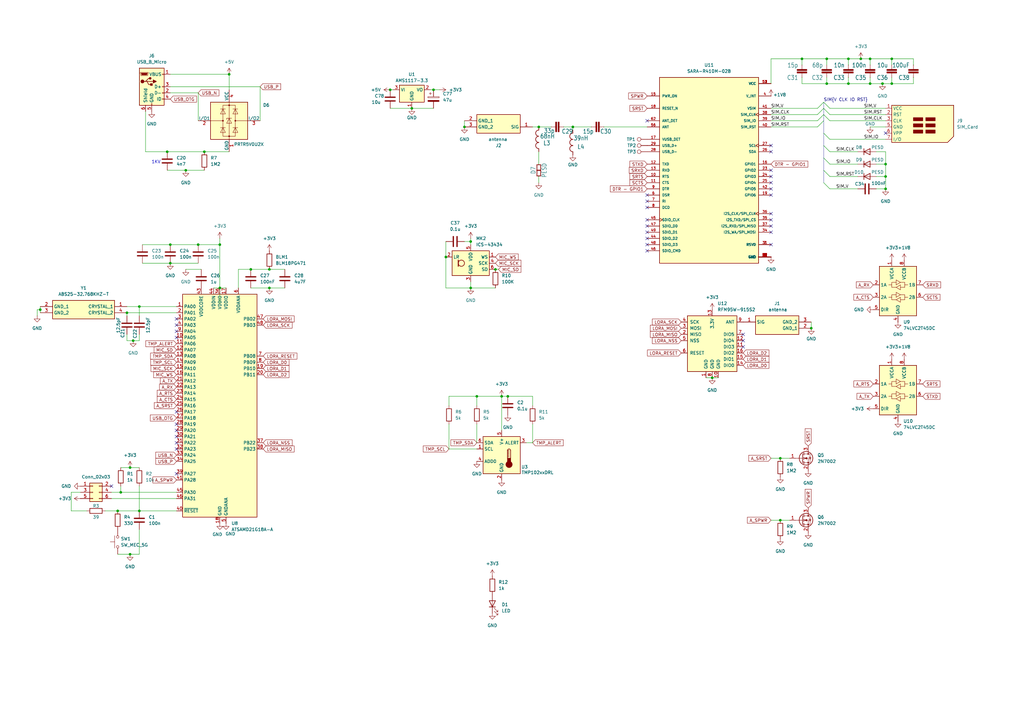
<source format=kicad_sch>
(kicad_sch (version 20231120) (generator "eeschema") (generator_version "8.0")
  (paper "A3")
  (lib_symbols
    (symbol "ABS25-32_768KHZ-T:ABS25-32.768KHZ-T"
      (property "Reference" "Y" (at 31.75 7.62 0))
      (property "Value" "ABS25-32.768KHZ-T" (at 31.75 5.08 0))
      (symbol "ABS25-32.768KHZ-T_1_1"
        (pin passive line (at 0 -2.54 0) (length 5.08) (name "CRYSTAL_1") (number "1"))
        (pin passive line (at 35.56 -2.54 180) (length 5.08) (name "GND_1") (number "2"))
        (pin passive line (at 35.56 0 180) (length 5.08) (name "GND_2") (number "3"))
        (pin passive line (at 0 0 0) (length 5.08) (name "CRYSTAL_2") (number "4"))
      )
    )
    (symbol "CONUFL001-SMD-T:CONUFL001-SMD-T"
      (property "Reference" "J" (at 24.13 7.62 0))
      (property "Value" "CONUFL001-SMD-T" (at 24.13 5.08 0))
      (symbol "CONUFL001-SMD-T_1_1"
        (pin passive line (at 0 0 0) (length 5.08) (name "SIG") (number "1"))
        (pin passive line (at 27.94 -2.54 180) (length 5.08) (name "GND_1") (number "2"))
        (pin passive line (at 27.94 0 180) (length 5.08) (name "GND_2") (number "3"))
      )
    )
    (symbol "Connector:SIM_Card"
      (property "Reference" "J" (at -2.54 12.7 0))
      (property "Value" "SIM_Card" (at -1.27 10.16 0))
      (symbol "SIM_Card_1_1"
        (pin power_in line (at -12.7 7.62 0) (length 2.54) (name "VCC") (number "1"))
        (pin input line (at -12.7 5.08 0) (length 2.54) (name "RST") (number "2"))
        (pin input line (at -12.7 2.54 0) (length 2.54) (name "CLK") (number "3"))
        (pin power_in line (at -12.7 0 0) (length 2.54) (name "GND") (number "5"))
        (pin input line (at -12.7 -2.54 0) (length 2.54) (name "VPP") (number "6"))
        (pin bidirectional line (at -12.7 -5.08 0) (length 2.54) (name "I/O") (number "7"))
      )
    )
    (symbol "Connector:TestPoint" (pin_numbers hide) (pin_names (offset 0.762) hide)
      (property "Reference" "TP" (at 0 6.858 0))
      (property "Value" "TestPoint" (at 0 5.08 0))
      (symbol "TestPoint_1_1"
        (pin passive line (at 0 0 90) (length 2.54) (name "1") (number "1"))
      )
    )
    (symbol "Connector:USB_B_Micro" (pin_names (offset 1.016))
      (property "Reference" "J" (at -5.08 11.43 0))
      (property "Value" "USB_B_Micro" (at -5.08 8.89 0))
      (symbol "USB_B_Micro_1_1"
        (pin power_out line (at 7.62 5.08 180) (length 2.54) (name "VBUS") (number "1"))
        (pin bidirectional line (at 7.62 -2.54 180) (length 2.54) (name "D-") (number "2"))
        (pin bidirectional line (at 7.62 0 180) (length 2.54) (name "D+") (number "3"))
        (pin passive line (at 7.62 -5.08 180) (length 2.54) (name "ID") (number "4"))
        (pin power_out line (at 0 -10.16 90) (length 2.54) (name "GND") (number "5"))
        (pin passive line (at -2.54 -10.16 90) (length 2.54) (name "Shield") (number "6"))
      )
    )
    (symbol "Connector_Generic:Conn_02x03_Counter_Clockwise" (pin_names (offset 1.016) hide)
      (property "Value" "Conn_02x03" (at 1.27 6.35 0))
      (symbol "Conn_02x03_Counter_Clockwise_1_1"
        (pin passive line (at -5.08 2.54 0) (length 3.81) (name "Pin_1") (number "1"))
        (pin passive line (at 7.62 2.54 180) (length 3.81) (name "Pin_2") (number "2"))
        (pin passive line (at -5.08 0 0) (length 3.81) (name "Pin_3") (number "3"))
        (pin passive line (at 7.62 0 180) (length 3.81) (name "Pin_4") (number "4"))
        (pin passive line (at -5.08 -2.54 0) (length 3.81) (name "Pin_5") (number "5"))
        (pin passive line (at 7.62 -2.54 180) (length 3.81) (name "Pin_6") (number "6"))
      )
    )
    (symbol "Device:C" (pin_numbers hide) (pin_names (offset 0.254))
      (property "Reference" "C" (at 0.635 2.54 0))
      (property "Value" "C" (at 0.635 -2.54 0))
      (symbol "C_1_1"
        (pin passive line (at 0 3.81 270) (length 2.794) (name "~") (number "1"))
        (pin passive line (at 0 -3.81 90) (length 2.794) (name "~") (number "2"))
      )
    )
    (symbol "Device:C_Polarized" (pin_numbers hide) (pin_names (offset 0.254))
      (property "Reference" "C" (at 0.635 2.54 0))
      (property "Value" "C_Polarized" (at 0.635 -2.54 0))
      (symbol "C_Polarized_1_1"
        (pin passive line (at 0 3.81 270) (length 2.794) (name "~") (number "1"))
        (pin passive line (at 0 -3.81 90) (length 2.794) (name "~") (number "2"))
      )
    )
    (symbol "Device:D" (pin_numbers hide) (pin_names (offset 1.016) hide)
      (property "Reference" "D" (at 0 2.54 0))
      (property "Value" "D" (at 0 -2.54 0))
      (symbol "D_1_1"
        (pin passive line (at -3.81 0 0) (length 2.54) (name "K") (number "1"))
        (pin passive line (at 3.81 0 180) (length 2.54) (name "A") (number "2"))
      )
    )
    (symbol "Device:LED" (pin_numbers hide) (pin_names (offset 1.016) hide)
      (property "Reference" "D" (at 0 2.54 0))
      (property "Value" "LED" (at 0 -2.54 0))
      (symbol "LED_1_1"
        (pin passive line (at -3.81 0 0) (length 2.54) (name "K") (number "1"))
        (pin passive line (at 3.81 0 180) (length 2.54) (name "A") (number "2"))
      )
    )
    (symbol "Device:R" (pin_numbers hide) (pin_names (offset 0))
      (property "Reference" "R" (at 2.032 0 90))
      (property "Value" "R" (at 0 0 90))
      (symbol "R_1_1"
        (pin passive line (at 0 3.81 270) (length 1.27) (name "~") (number "1"))
        (pin passive line (at 0 -3.81 90) (length 1.27) (name "~") (number "2"))
      )
    )
    (symbol "Logic_LevelTranslator:74LVC2T45DC"
      (property "Reference" "U" (at 6.35 -11.43 0))
      (property "Value" "74LVC2T45DC" (at 10.16 11.43 0))
      (symbol "74LVC2T45DC_1_1"
        (pin power_in line (at -2.54 12.7 270) (length 2.54) (name "VCCA") (number "1"))
        (pin bidirectional line (at -10.16 2.54 0) (length 2.54) (name "1A") (number "2"))
        (pin bidirectional line (at -10.16 -2.54 0) (length 2.54) (name "2A") (number "3"))
        (pin power_in line (at 0 -12.7 90) (length 2.54) (name "GND") (number "4"))
        (pin input line (at -10.16 -7.62 0) (length 2.54) (name "DIR") (number "5"))
        (pin bidirectional line (at 10.16 -2.54 180) (length 2.54) (name "2B") (number "6"))
        (pin bidirectional line (at 10.16 2.54 180) (length 2.54) (name "1B") (number "7"))
        (pin power_in line (at 2.54 12.7 270) (length 2.54) (name "VCCB") (number "8"))
      )
    )
    (symbol "MCU_Microchip_SAMD:ATSAMD21G18A-A"
      (property "Reference" "U" (at -13.97 46.99 0))
      (property "Value" "ATSAMD21G18A-A" (at 16.51 46.99 0))
      (symbol "ATSAMD21G18A-A_1_1"
        (pin bidirectional line (at -17.78 40.64 0) (length 2.54) (name "PA00") (number "1"))
        (pin bidirectional line (at -17.78 27.94 0) (length 2.54) (name "PA05") (number "10"))
        (pin bidirectional line (at -17.78 25.4 0) (length 2.54) (name "PA06") (number "11"))
        (pin bidirectional line (at -17.78 22.86 0) (length 2.54) (name "PA07") (number "12"))
        (pin bidirectional line (at -17.78 20.32 0) (length 2.54) (name "PA08") (number "13"))
        (pin bidirectional line (at -17.78 17.78 0) (length 2.54) (name "PA09") (number "14"))
        (pin bidirectional line (at -17.78 15.24 0) (length 2.54) (name "PA10") (number "15"))
        (pin bidirectional line (at -17.78 12.7 0) (length 2.54) (name "PA11") (number "16"))
        (pin power_in line (at 2.54 48.26 270) (length 2.54) (name "VDDIO") (number "17"))
        (pin power_in line (at 0 -48.26 90) (length 2.54) (name "GND") (number "18"))
        (pin bidirectional line (at 17.78 15.24 180) (length 2.54) (name "PB10") (number "19"))
        (pin bidirectional line (at -17.78 38.1 0) (length 2.54) (name "PA01") (number "2"))
        (pin bidirectional line (at 17.78 12.7 180) (length 2.54) (name "PB11") (number "20"))
        (pin bidirectional line (at -17.78 10.16 0) (length 2.54) (name "PA12") (number "21"))
        (pin bidirectional line (at -17.78 7.62 0) (length 2.54) (name "PA13") (number "22"))
        (pin bidirectional line (at -17.78 5.08 0) (length 2.54) (name "PA14") (number "23"))
        (pin bidirectional line (at -17.78 2.54 0) (length 2.54) (name "PA15") (number "24"))
        (pin bidirectional line (at -17.78 0 0) (length 2.54) (name "PA16") (number "25"))
        (pin bidirectional line (at -17.78 -2.54 0) (length 2.54) (name "PA17") (number "26"))
        (pin bidirectional line (at -17.78 -5.08 0) (length 2.54) (name "PA18") (number "27"))
        (pin bidirectional line (at -17.78 -7.62 0) (length 2.54) (name "PA19") (number "28"))
        (pin bidirectional line (at -17.78 -10.16 0) (length 2.54) (name "PA20") (number "29"))
        (pin bidirectional line (at -17.78 35.56 0) (length 2.54) (name "PA02") (number "3"))
        (pin bidirectional line (at -17.78 -12.7 0) (length 2.54) (name "PA21") (number "30"))
        (pin bidirectional line (at -17.78 -15.24 0) (length 2.54) (name "PA22") (number "31"))
        (pin bidirectional line (at -17.78 -17.78 0) (length 2.54) (name "PA23") (number "32"))
        (pin bidirectional line (at -17.78 -20.32 0) (length 2.54) (name "PA24") (number "33"))
        (pin bidirectional line (at -17.78 -22.86 0) (length 2.54) (name "PA25") (number "34"))
        (pin passive line (at 0 -48.26 90) (length 2.54) hide (name "GND") (number "35"))
        (pin power_in line (at 0 48.26 270) (length 2.54) (name "VDDIO") (number "36"))
        (pin bidirectional line (at 17.78 -15.24 180) (length 2.54) (name "PB22") (number "37"))
        (pin bidirectional line (at 17.78 -17.78 180) (length 2.54) (name "PB23") (number "38"))
        (pin bidirectional line (at -17.78 -27.94 0) (length 2.54) (name "PA27") (number "39"))
        (pin bidirectional line (at -17.78 33.02 0) (length 2.54) (name "PA03") (number "4"))
        (pin input line (at -17.78 -43.18 0) (length 2.54) (name "~{RESET}") (number "40"))
        (pin bidirectional line (at -17.78 -30.48 0) (length 2.54) (name "PA28") (number "41"))
        (pin passive line (at 0 -48.26 90) (length 2.54) hide (name "GND") (number "42"))
        (pin power_out line (at -7.62 48.26 270) (length 2.54) (name "VDDCORE") (number "43"))
        (pin power_in line (at -2.54 48.26 270) (length 2.54) (name "VDDIN") (number "44"))
        (pin bidirectional line (at -17.78 -35.56 0) (length 2.54) (name "PA30") (number "45"))
        (pin bidirectional line (at -17.78 -38.1 0) (length 2.54) (name "PA31") (number "46"))
        (pin bidirectional line (at 17.78 35.56 180) (length 2.54) (name "PB02") (number "47"))
        (pin bidirectional line (at 17.78 33.02 180) (length 2.54) (name "PB03") (number "48"))
        (pin power_in line (at 2.54 -48.26 90) (length 2.54) (name "GNDANA") (number "5"))
        (pin power_in line (at 7.62 48.26 270) (length 2.54) (name "VDDANA") (number "6"))
        (pin bidirectional line (at 17.78 20.32 180) (length 2.54) (name "PB08") (number "7"))
        (pin bidirectional line (at 17.78 17.78 180) (length 2.54) (name "PB09") (number "8"))
        (pin bidirectional line (at -17.78 30.48 0) (length 2.54) (name "PA04") (number "9"))
      )
    )
    (symbol "Power_Protection:PRTR5V0U2X" (pin_names (offset 0))
      (property "Reference" "D" (at 2.794 8.636 0))
      (property "Value" "PRTR5V0U2X" (at 8.128 -9.398 0))
      (symbol "PRTR5V0U2X_1_1"
        (pin passive line (at 0 -12.7 90) (length 5.08) (name "GND") (number "1"))
        (pin passive line (at -12.7 0 0) (length 5.08) (name "I/O1") (number "2"))
        (pin passive line (at 12.7 0 180) (length 5.08) (name "I/O2") (number "3"))
        (pin passive line (at 0 12.7 270) (length 5.08) (name "VCC") (number "4"))
      )
    )
    (symbol "RF_Module:RFM95W-915S2" (pin_names (offset 1.016))
      (property "Reference" "U" (at -10.414 11.684 0))
      (property "Value" "RFM95W-915S2" (at 1.524 11.43 0))
      (symbol "RFM95W-915S2_1_1"
        (pin power_in line (at -2.54 -15.24 90) (length 2.54) (name "GND") (number "1"))
        (pin power_in line (at 2.54 -15.24 90) (length 2.54) (name "GND") (number "10"))
        (pin bidirectional line (at 12.7 -2.54 180) (length 2.54) (name "DIO3") (number "11"))
        (pin bidirectional line (at 12.7 0 180) (length 2.54) (name "DIO4") (number "12"))
        (pin power_in line (at 0 12.7 270) (length 2.54) (name "3.3V") (number "13"))
        (pin bidirectional line (at 12.7 -10.16 180) (length 2.54) (name "DIO0") (number "14"))
        (pin bidirectional line (at 12.7 -7.62 180) (length 2.54) (name "DIO1") (number "15"))
        (pin bidirectional line (at 12.7 -5.08 180) (length 2.54) (name "DIO2") (number "16"))
        (pin output line (at -12.7 2.54 0) (length 2.54) (name "MISO") (number "2"))
        (pin input line (at -12.7 5.08 0) (length 2.54) (name "MOSI") (number "3"))
        (pin input line (at -12.7 7.62 0) (length 2.54) (name "SCK") (number "4"))
        (pin input line (at -12.7 0 0) (length 2.54) (name "NSS") (number "5"))
        (pin bidirectional line (at -12.7 -5.08 0) (length 2.54) (name "RESET") (number "6"))
        (pin bidirectional line (at 12.7 2.54 180) (length 2.54) (name "DIO5") (number "7"))
        (pin power_in line (at 0 -15.24 90) (length 2.54) (name "GND") (number "8"))
        (pin bidirectional line (at 12.7 7.62 180) (length 2.54) (name "ANT") (number "9"))
      )
    )
    (symbol "Regulator_Linear:AMS1117-3.3"
      (property "Reference" "U" (at -3.81 3.175 0))
      (property "Value" "AMS1117-3.3" (at 0 3.175 0))
      (symbol "AMS1117-3.3_1_1"
        (pin power_in line (at 0 -7.62 90) (length 2.54) (name "GND") (number "1"))
        (pin power_out line (at 7.62 0 180) (length 2.54) (name "VO") (number "2"))
        (pin power_in line (at -7.62 0 0) (length 2.54) (name "VI") (number "3"))
      )
    )
    (symbol "SARA-R410M-02B:SARA-R410M-02B" (pin_names (offset 1.016))
      (property "Reference" "U" (at -20.32 38.735 0))
      (property "Value" "SARA-R410M-02B" (at -20.32 -41.275 0))
      (symbol "SARA-R410M-02B_0_0"
        (pin power_in line (at 25.4 -35.56 180) (length 5.08) (name "GND") (number "1"))
        (pin input line (at -25.4 -2.54 0) (length 5.08) (name "RTS") (number "10"))
        (pin output line (at -25.4 -5.08 0) (length 5.08) (name "CTS") (number "11"))
        (pin input line (at -25.4 2.54 0) (length 5.08) (name "TXD") (number "12"))
        (pin output line (at -25.4 0 0) (length 5.08) (name "RXD") (number "13"))
        (pin power_in line (at 25.4 -35.56 180) (length 5.08) (name "GND") (number "14"))
        (pin input line (at -25.4 30.48 0) (length 5.08) (name "PWR_ON") (number "15"))
        (pin bidirectional line (at 25.4 2.54 180) (length 5.08) (name "GPIO1") (number "16"))
        (pin input line (at -25.4 12.7 0) (length 5.08) (name "VUSB_DET") (number "17"))
        (pin input line (at -25.4 25.4 0) (length 5.08) (name "RESET_N") (number "18"))
        (pin bidirectional line (at 25.4 -10.16 180) (length 5.08) (name "GPIO6") (number "19"))
        (pin passive line (at 25.4 -30.48 180) (length 5.08) (name "RSVD") (number "2"))
        (pin power_in line (at 25.4 -35.56 180) (length 5.08) (name "GND") (number "20"))
        (pin power_in line (at 25.4 -35.56 180) (length 5.08) (name "GND") (number "21"))
        (pin power_in line (at 25.4 -35.56 180) (length 5.08) (name "GND") (number "22"))
        (pin bidirectional line (at 25.4 0 180) (length 5.08) (name "GPIO2") (number "23"))
        (pin bidirectional line (at 25.4 -2.54 180) (length 5.08) (name "GPIO3") (number "24"))
        (pin bidirectional line (at 25.4 -5.08 180) (length 5.08) (name "GPIO4") (number "25"))
        (pin bidirectional line (at 25.4 7.62 180) (length 5.08) (name "SDA") (number "26"))
        (pin output clock (at 25.4 10.16 180) (length 5.08) (name "SCL") (number "27"))
        (pin bidirectional line (at -25.4 7.62 0) (length 5.08) (name "USB_D-") (number "28"))
        (pin bidirectional line (at -25.4 10.16 0) (length 5.08) (name "USB_D+") (number "29"))
        (pin power_in line (at 25.4 -35.56 180) (length 5.08) (name "GND") (number "3"))
        (pin power_in line (at 25.4 -35.56 180) (length 5.08) (name "GND") (number "30"))
        (pin passive line (at 25.4 -30.48 180) (length 5.08) (name "RSVD") (number "31"))
        (pin power_in line (at 25.4 -35.56 180) (length 5.08) (name "GND") (number "32"))
        (pin power_in line (at 25.4 -35.56 180) (length 5.08) (name "GND") (number "33"))
        (pin output line (at 25.4 -25.4 180) (length 5.08) (name "I2S_WA/SPI_MOSI") (number "34"))
        (pin output line (at 25.4 -20.32 180) (length 5.08) (name "I2S_TXD/SPI_CS") (number "35"))
        (pin output clock (at 25.4 -17.78 180) (length 5.08) (name "I2S_CLK/SPI_CLK") (number "36"))
        (pin input line (at 25.4 -22.86 180) (length 5.08) (name "I2S_RXD/SPI_MISO") (number "37"))
        (pin output clock (at 25.4 22.86 180) (length 5.08) (name "SIM_CLK") (number "38"))
        (pin bidirectional line (at 25.4 20.32 180) (length 5.08) (name "SIM_IO") (number "39"))
        (pin output line (at 25.4 30.48 180) (length 5.08) (name "V_INT") (number "4"))
        (pin output line (at 25.4 17.78 180) (length 5.08) (name "SIM_RST") (number "40"))
        (pin output line (at 25.4 25.4 180) (length 5.08) (name "VSIM") (number "41"))
        (pin bidirectional line (at 25.4 -7.62 180) (length 5.08) (name "GPIO5") (number "42"))
        (pin power_in line (at 25.4 -35.56 180) (length 5.08) (name "GND") (number "43"))
        (pin bidirectional line (at -25.4 -27.94 0) (length 5.08) (name "SDIO_D2") (number "44"))
        (pin output clock (at -25.4 -20.32 0) (length 5.08) (name "SDIO_CLK") (number "45"))
        (pin bidirectional line (at -25.4 -33.02 0) (length 5.08) (name "SDIO_CMD") (number "46"))
        (pin bidirectional line (at -25.4 -22.86 0) (length 5.08) (name "SDIO_D0") (number "47"))
        (pin bidirectional line (at -25.4 -30.48 0) (length 5.08) (name "SDIO_D3") (number "48"))
        (pin bidirectional line (at -25.4 -25.4 0) (length 5.08) (name "SDIO_D1") (number "49"))
        (pin power_in line (at 25.4 -35.56 180) (length 5.08) (name "GND") (number "5"))
        (pin power_in line (at 25.4 -35.56 180) (length 5.08) (name "GND") (number "50"))
        (pin power_in line (at 25.4 35.56 180) (length 5.08) (name "VCC") (number "51"))
        (pin power_in line (at 25.4 35.56 180) (length 5.08) (name "VCC") (number "52"))
        (pin power_in line (at 25.4 35.56 180) (length 5.08) (name "VCC") (number "53"))
        (pin power_in line (at 25.4 -35.56 180) (length 5.08) (name "GND") (number "54"))
        (pin power_in line (at 25.4 -35.56 180) (length 5.08) (name "GND") (number "55"))
        (pin bidirectional line (at -25.4 17.78 0) (length 5.08) (name "ANT") (number "56"))
        (pin power_in line (at 25.4 -35.56 180) (length 5.08) (name "GND") (number "57"))
        (pin power_in line (at 25.4 -35.56 180) (length 5.08) (name "GND") (number "58"))
        (pin power_in line (at 25.4 -35.56 180) (length 5.08) (name "GND") (number "59"))
        (pin output line (at -25.4 -10.16 0) (length 5.08) (name "DSR") (number "6"))
        (pin power_in line (at 25.4 -35.56 180) (length 5.08) (name "GND") (number "60"))
        (pin power_in line (at 25.4 -35.56 180) (length 5.08) (name "GND") (number "61"))
        (pin input line (at -25.4 20.32 0) (length 5.08) (name "ANT_DET") (number "62"))
        (pin power_in line (at 25.4 -35.56 180) (length 5.08) (name "GND") (number "63"))
        (pin power_in line (at 25.4 -35.56 180) (length 5.08) (name "GND") (number "64"))
        (pin power_in line (at 25.4 -35.56 180) (length 5.08) (name "GND") (number "65"))
        (pin power_in line (at 25.4 -35.56 180) (length 5.08) (name "GND") (number "66"))
        (pin power_in line (at 25.4 -35.56 180) (length 5.08) (name "GND") (number "67"))
        (pin power_in line (at 25.4 -35.56 180) (length 5.08) (name "GND") (number "68"))
        (pin power_in line (at 25.4 -35.56 180) (length 5.08) (name "GND") (number "69"))
        (pin output line (at -25.4 -12.7 0) (length 5.08) (name "RI") (number "7"))
        (pin power_in line (at 25.4 -35.56 180) (length 5.08) (name "GND") (number "70"))
        (pin power_in line (at 25.4 -35.56 180) (length 5.08) (name "GND") (number "71"))
        (pin power_in line (at 25.4 -35.56 180) (length 5.08) (name "GND") (number "72"))
        (pin power_in line (at 25.4 -35.56 180) (length 5.08) (name "GND") (number "73"))
        (pin power_in line (at 25.4 -35.56 180) (length 5.08) (name "GND") (number "74"))
        (pin power_in line (at 25.4 -35.56 180) (length 5.08) (name "GND") (number "75"))
        (pin power_in line (at 25.4 -35.56 180) (length 5.08) (name "GND") (number "76"))
        (pin power_in line (at 25.4 -35.56 180) (length 5.08) (name "GND") (number "77"))
        (pin power_in line (at 25.4 -35.56 180) (length 5.08) (name "GND") (number "78"))
        (pin power_in line (at 25.4 -35.56 180) (length 5.08) (name "GND") (number "79"))
        (pin output line (at -25.4 -15.24 0) (length 5.08) (name "DCD") (number "8"))
        (pin power_in line (at 25.4 -35.56 180) (length 5.08) (name "GND") (number "80"))
        (pin power_in line (at 25.4 -35.56 180) (length 5.08) (name "GND") (number "81"))
        (pin power_in line (at 25.4 -35.56 180) (length 5.08) (name "GND") (number "82"))
        (pin power_in line (at 25.4 -35.56 180) (length 5.08) (name "GND") (number "83"))
        (pin power_in line (at 25.4 -35.56 180) (length 5.08) (name "GND") (number "84"))
        (pin power_in line (at 25.4 -35.56 180) (length 5.08) (name "GND") (number "85"))
        (pin power_in line (at 25.4 -35.56 180) (length 5.08) (name "GND") (number "86"))
        (pin power_in line (at 25.4 -35.56 180) (length 5.08) (name "GND") (number "87"))
        (pin power_in line (at 25.4 -35.56 180) (length 5.08) (name "GND") (number "88"))
        (pin power_in line (at 25.4 -35.56 180) (length 5.08) (name "GND") (number "89"))
        (pin input line (at -25.4 -7.62 0) (length 5.08) (name "DTR") (number "9"))
        (pin power_in line (at 25.4 -35.56 180) (length 5.08) (name "GND") (number "90"))
        (pin power_in line (at 25.4 -35.56 180) (length 5.08) (name "GND") (number "91"))
        (pin power_in line (at 25.4 -35.56 180) (length 5.08) (name "GND") (number "92"))
        (pin power_in line (at 25.4 -35.56 180) (length 5.08) (name "GND") (number "93"))
        (pin power_in line (at 25.4 -35.56 180) (length 5.08) (name "GND") (number "94"))
        (pin power_in line (at 25.4 -35.56 180) (length 5.08) (name "GND") (number "95"))
        (pin power_in line (at 25.4 -35.56 180) (length 5.08) (name "GND") (number "96"))
      )
    )
    (symbol "Sensor_Audio:ICS-43434"
      (property "Reference" "MK" (at -7.62 6.35 0))
      (property "Value" "ICS-43434" (at 1.27 6.35 0))
      (symbol "ICS-43434_1_1"
        (pin input line (at 10.16 2.54 180) (length 2.54) (name "WS") (number "1"))
        (pin input line (at -10.16 2.54 0) (length 2.54) (name "LR") (number "2"))
        (pin power_in line (at 0 -7.62 90) (length 2.54) (name "GND") (number "3"))
        (pin input line (at 10.16 0 180) (length 2.54) (name "SCK") (number "4"))
        (pin power_in line (at 0 7.62 270) (length 2.54) (name "VDD") (number "5"))
        (pin output line (at 10.16 -2.54 180) (length 2.54) (name "SD") (number "6"))
      )
    )
    (symbol "Sensor_Temperature:TMP102xxDRL"
      (property "Reference" "U" (at -2.54 10.795 0))
      (property "Value" "TMP102xxDRL" (at -2.54 8.89 0))
      (symbol "TMP102xxDRL_1_1"
        (pin input line (at -10.16 2.54 0) (length 2.54) (name "SCL") (number "1"))
        (pin power_in line (at 0 -10.16 90) (length 2.54) (name "GND") (number "2"))
        (pin open_collector line (at 10.16 5.08 180) (length 2.54) (name "ALERT") (number "3"))
        (pin input line (at -10.16 -2.54 0) (length 2.54) (name "ADD0") (number "4"))
        (pin power_in line (at 0 10.16 270) (length 2.54) (name "V+") (number "5"))
        (pin bidirectional line (at -10.16 5.08 0) (length 2.54) (name "SDA") (number "6"))
      )
    )
    (symbol "Switch:SW_MEC_5G" (pin_numbers hide) (pin_names (offset 1.016) hide)
      (property "Reference" "SW1" (at 1.2701 -1.27 90))
      (property "Value" "SW_MEC_5G" (at -1.2699 -1.27 90))
      (symbol "SW_MEC_5G_0_1"
        (pin passive line (at -5.08 0 0) (length 2.54) (name "A") (number "1"))
      )
      (symbol "SW_MEC_5G_1_1"
        (pin passive line (at 5.08 0 180) (length 2.54) (name "B") (number "2"))
      )
    )
    (symbol "Transistor_FET:2N7002" (pin_names hide)
      (property "Reference" "Q" (at 5.08 1.905 0))
      (property "Value" "2N7002" (at 5.08 0 0))
      (symbol "2N7002_1_1"
        (pin input line (at -5.08 0 0) (length 2.54) (name "G") (number "1"))
        (pin passive line (at 2.54 -5.08 90) (length 2.54) (name "S") (number "2"))
        (pin passive line (at 2.54 5.08 270) (length 2.54) (name "D") (number "3"))
      )
    )
    (symbol "kicad nb1500-eagle-import:C-0402"
      (property "Reference" "C" (at 1.524 1.651 0))
      (symbol "C-0402_1_0"
        (pin passive line (at 0 2.54 270) (length 0) (name "1") (number "1"))
        (pin passive line (at 0 -2.54 90) (length 0) (name "2") (number "2"))
      )
    )
    (symbol "kicad nb1500-eagle-import:C-0603"
      (property "Reference" "C" (at 1.524 1.651 0))
      (symbol "C-0603_1_0"
        (pin passive line (at 0 2.54 270) (length 0) (name "1") (number "1"))
        (pin passive line (at 0 -2.54 90) (length 0) (name "2") (number "2"))
      )
    )
    (symbol "kicad nb1500-eagle-import:C-1206"
      (property "Reference" "C" (at 1.524 1.651 0))
      (symbol "C-1206_1_0"
        (pin passive line (at 0 2.54 270) (length 0) (name "1") (number "1"))
        (pin passive line (at 0 -2.54 90) (length 0) (name "2") (number "2"))
      )
    )
    (symbol "kicad nb1500-eagle-import:L-0402"
      (property "Reference" "L" (at 0 2.54 0))
      (symbol "L-0402_1_0"
        (pin passive line (at -5.08 0 0) (length 0) (name "1") (number "1"))
        (pin passive line (at 5.08 0 180) (length 0) (name "2") (number "2"))
      )
    )
    (symbol "kicad nb1500-eagle-import:PESD"
      (property "Reference" "D" (at 0 1.27 0))
      (symbol "PESD_1_0"
        (pin passive line (at -2.54 0 0) (length 0) (name "1") (number "1"))
        (pin passive line (at 2.54 0 180) (length 0) (name "2") (number "2"))
      )
    )
    (symbol "power:+1V8" (power) (pin_numbers hide) (pin_names (offset 0) hide)
      (property "Value" "+1V8" (at 0 3.556 0))
      (symbol "+1V8_1_1"
        (pin power_in line (at 0 0 90) (length 0) (name "~") (number "1"))
      )
    )
    (symbol "power:+3V3" (power) (pin_numbers hide) (pin_names (offset 0) hide)
      (property "Value" "+3V3" (at 0 3.556 0))
      (symbol "+3V3_1_1"
        (pin power_in line (at 0 0 90) (length 0) (name "~") (number "1"))
      )
    )
    (symbol "power:+5V" (power) (pin_numbers hide) (pin_names (offset 0) hide)
      (property "Value" "+5V" (at 0 3.556 0))
      (symbol "+5V_1_1"
        (pin power_in line (at 0 0 90) (length 0) (name "~") (number "1"))
      )
    )
    (symbol "power:GND" (power) (pin_numbers hide) (pin_names (offset 0) hide)
      (property "Value" "GND" (at 0 -3.81 0))
      (symbol "GND_1_1"
        (pin power_in line (at 0 0 270) (length 0) (name "~") (number "1"))
      )
    )
  )
  (junction (at 110.49 110.49))
  (junction (at 332.74 134.62))
  (junction (at 93.98 30.48))
  (junction (at 52.07 128.27))
  (junction (at 48.26 209.55))
  (junction (at 347.98 34.29))
  (junction (at 339.09 24.13))
  (junction (at 356.87 34.29))
  (junction (at 90.17 100.33))
  (junction (at 110.49 118.11))
  (junction (at 339.09 34.29))
  (junction (at 190.5 52.07))
  (junction (at 363.22 67.31))
  (junction (at 53.34 191.77))
  (junction (at 365.76 34.29))
  (junction (at 220.98 52.07))
  (junction (at 69.85 107.95))
  (junction (at 160.02 36.83))
  (junction (at 53.34 227.33))
  (junction (at 68.58 62.23))
  (junction (at 363.22 77.47))
  (junction (at 90.17 118.11))
  (junction (at 356.87 24.13))
  (junction (at 365.76 24.13))
  (junction (at 57.15 209.55))
  (junction (at 347.98 24.13))
  (junction (at 292.1 154.94))
  (junction (at 168.91 44.45))
  (junction (at 102.87 110.49))
  (junction (at 363.22 72.39))
  (junction (at 81.28 100.33))
  (junction (at 69.85 100.33))
  (junction (at 353.06 24.13))
  (junction (at 76.2 69.85))
  (junction (at 320.04 213.36))
  (junction (at 328.93 24.13))
  (junction (at 320.04 187.96))
  (junction (at 182.88 105.41))
  (junction (at 361.95 34.29))
  (junction (at 203.2 110.49))
  (junction (at 208.28 162.56))
  (junction (at 16.51 127))
  (junction (at 49.53 201.93))
  (junction (at 193.04 99.06))
  (junction (at 57.15 125.73))
  (junction (at 83.82 62.23))
  (junction (at 195.58 162.56))
  (junction (at 193.04 118.11))
  (junction (at 54.61 139.7))
  (junction (at 177.8 36.83))
  (junction (at 234.95 52.07))
  (junction (at 205.74 162.56))
  (no_connect (at 265.43 97.79))
  (no_connect (at 304.8 142.24))
  (no_connect (at 72.39 168.91))
  (no_connect (at 316.23 87.63))
  (no_connect (at 45.72 199.39))
  (no_connect (at 316.23 62.23))
  (no_connect (at 265.43 92.71))
  (no_connect (at 316.23 80.01))
  (no_connect (at 316.23 90.17))
  (no_connect (at 316.23 77.47))
  (no_connect (at 72.39 138.43))
  (no_connect (at 72.39 181.61))
  (no_connect (at 72.39 179.07))
  (no_connect (at 316.23 95.25))
  (no_connect (at 265.43 82.55))
  (no_connect (at 72.39 135.89))
  (no_connect (at 265.43 49.53))
  (no_connect (at 316.23 59.69))
  (no_connect (at 72.39 130.81))
  (no_connect (at 316.23 69.85))
  (no_connect (at 304.8 139.7))
  (no_connect (at 72.39 173.99))
  (no_connect (at 72.39 184.15))
  (no_connect (at 363.22 54.61))
  (no_connect (at 265.43 90.17))
  (no_connect (at 72.39 194.31))
  (no_connect (at 316.23 74.93))
  (no_connect (at 316.23 92.71))
  (no_connect (at 304.8 137.16))
  (no_connect (at 265.43 100.33))
  (no_connect (at 316.23 72.39))
  (no_connect (at 265.43 85.09))
  (no_connect (at 265.43 80.01))
  (no_connect (at 316.23 100.33))
  (no_connect (at 265.43 102.87))
  (no_connect (at 72.39 133.35))
  (no_connect (at 265.43 95.25))
  (no_connect (at 72.39 176.53))
  (bus_entry (at 337.82 41.91) (size 2.54 2.54))
  (bus_entry (at 337.82 54.61) (size 2.54 2.54))
  (bus_entry (at 337.82 46.99) (size 2.54 2.54))
  (bus_entry (at 337.82 46.99) (size -2.54 2.54))
  (bus_entry (at 337.82 44.45) (size 2.54 2.54))
  (bus_entry (at 337.82 49.53) (size -2.54 2.54))
  (bus_entry (at 337.82 44.45) (size -2.54 2.54))
  (bus_entry (at 337.82 41.91) (size -2.54 2.54))
  (bus_entry (at 337.82 64.77) (size 2.54 2.54))
  (bus_entry (at 337.82 59.69) (size 2.54 2.54))
  (bus_entry (at 337.82 74.93) (size 2.54 2.54))
  (bus_entry (at 337.82 69.85) (size 2.54 2.54))
  (wire (pts (xy 339.09 34.29) (xy 347.98 34.29)))
  (wire (pts (xy 203.2 110.49) (xy 204.47 110.49)))
  (bus (pts (xy 337.82 59.69) (xy 337.82 64.77)) (stroke (width 0.1016)))
  (wire (pts (xy 97.79 118.11) (xy 97.79 110.49)))
  (wire (pts (xy 102.87 110.49) (xy 110.49 110.49)))
  (wire (pts (xy 193.04 118.11) (xy 203.2 118.11)))
  (wire (pts (xy 57.15 217.17) (xy 57.15 227.33)))
  (wire (pts (xy 182.88 99.06) (xy 182.88 105.41)))
  (wire (pts (xy 54.61 139.7) (xy 57.15 139.7)))
  (wire (pts (xy 347.98 24.13) (xy 353.06 24.13)))
  (wire (pts (xy 193.04 97.79) (xy 193.04 99.06)))
  (wire (pts (xy 316.23 187.96) (xy 320.04 187.96)))
  (wire (pts (xy 90.17 118.11) (xy 92.71 118.11)))
  (wire (pts (xy 320.04 213.36) (xy 323.85 213.36)))
  (wire (pts (xy 69.85 107.95) (xy 81.28 107.95)))
  (wire (pts (xy 361.95 34.29) (xy 365.76 34.29)))
  (wire (pts (xy 15.24 127) (xy 15.24 129.54)))
  (wire (pts (xy 35.56 209.55) (xy 29.21 209.55)))
  (wire (pts (xy 68.58 69.85) (xy 76.2 69.85)))
  (wire (pts (xy 97.79 110.49) (xy 102.87 110.49)))
  (wire (pts (xy 52.07 125.73) (xy 57.15 125.73)))
  (wire (pts (xy 161.29 36.83) (xy 160.02 36.83)))
  (wire (pts (xy 316.23 49.53) (xy 335.28 49.53)))
  (wire (pts (xy 374.65 34.29) (xy 374.65 31.75)))
  (wire (pts (xy 57.15 125.73) (xy 72.39 125.73)))
  (wire (pts (xy 234.95 53.34) (xy 234.95 52.07)) (stroke (width 0.1524)))
  (wire (pts (xy 218.44 181.61) (xy 218.44 173.99)))
  (wire (pts (xy 16.51 127) (xy 16.51 128.27)))
  (wire (pts (xy 57.15 227.33) (xy 53.34 227.33)))
  (wire (pts (xy 29.21 201.93) (xy 33.02 201.93)))
  (bus (pts (xy 337.82 44.45) (xy 337.82 46.99)) (stroke (width 0.1016)))
  (wire (pts (xy 220.98 52.07) (xy 218.44 52.07)) (stroke (width 0.1524)))
  (wire (pts (xy 316.23 44.45) (xy 335.28 44.45)))
  (wire (pts (xy 374.65 24.13) (xy 365.76 24.13)))
  (wire (pts (xy 328.93 34.29) (xy 328.93 31.75)))
  (bus (pts (xy 337.82 54.61) (xy 337.82 59.69)) (stroke (width 0.1016)))
  (wire (pts (xy 340.36 67.31) (xy 351.79 67.31)))
  (wire (pts (xy 328.93 24.13) (xy 328.93 26.67)))
  (wire (pts (xy 218.44 166.37) (xy 218.44 162.56)))
  (wire (pts (xy 226.06 52.07) (xy 220.98 52.07)) (stroke (width 0.1524)))
  (wire (pts (xy 316.23 46.99) (xy 335.28 46.99)))
  (wire (pts (xy 29.21 209.55) (xy 29.21 201.93)))
  (wire (pts (xy 90.17 124.46) (xy 90.17 118.11)))
  (wire (pts (xy 195.58 162.56) (xy 195.58 166.37)))
  (wire (pts (xy 184.15 184.15) (xy 195.58 184.15)))
  (wire (pts (xy 160.02 44.45) (xy 168.91 44.45)))
  (wire (pts (xy 52.07 128.27) (xy 52.07 129.54)))
  (wire (pts (xy 193.04 115.57) (xy 193.04 118.11)))
  (wire (pts (xy 49.53 191.77) (xy 53.34 191.77)))
  (wire (pts (xy 316.23 213.36) (xy 320.04 213.36)))
  (wire (pts (xy 52.07 139.7) (xy 54.61 139.7)))
  (wire (pts (xy 57.15 137.16) (xy 57.15 139.7)))
  (wire (pts (xy 339.09 24.13) (xy 328.93 24.13)))
  (wire (pts (xy 57.15 199.39) (xy 57.15 209.55)))
  (wire (pts (xy 340.36 44.45) (xy 363.22 44.45)))
  (wire (pts (xy 49.53 199.39) (xy 49.53 201.93)))
  (wire (pts (xy 205.74 162.56) (xy 205.74 176.53)))
  (wire (pts (xy 81.28 100.33) (xy 90.17 100.33)))
  (wire (pts (xy 231.14 52.07) (xy 234.95 52.07)) (stroke (width 0.1524)))
  (wire (pts (xy 347.98 34.29) (xy 347.98 31.75)))
  (wire (pts (xy 110.49 110.49) (xy 116.84 110.49)))
  (wire (pts (xy 48.26 209.55) (xy 43.18 209.55)))
  (wire (pts (xy 289.56 154.94) (xy 292.1 154.94)))
  (wire (pts (xy 234.95 52.07) (xy 242.57 52.07)) (stroke (width 0.1524)))
  (wire (pts (xy 193.04 99.06) (xy 193.04 100.33)))
  (wire (pts (xy 340.36 62.23) (xy 351.79 62.23)))
  (wire (pts (xy 356.87 52.07) (xy 363.22 52.07)))
  (wire (pts (xy 69.85 38.1) (xy 81.28 38.1)))
  (wire (pts (xy 190.5 49.53) (xy 190.5 52.07)))
  (wire (pts (xy 53.34 227.33) (xy 48.26 227.33)))
  (wire (pts (xy 359.41 77.47) (xy 363.22 77.47)))
  (wire (pts (xy 363.22 62.23) (xy 363.22 67.31)))
  (wire (pts (xy 340.36 72.39) (xy 351.79 72.39)))
  (wire (pts (xy 340.36 49.53) (xy 363.22 49.53)))
  (wire (pts (xy 69.85 35.56) (xy 106.68 35.56)))
  (wire (pts (xy 340.36 46.99) (xy 363.22 46.99)))
  (wire (pts (xy 347.98 26.67) (xy 347.98 24.13)))
  (wire (pts (xy 292.1 154.94) (xy 294.64 154.94)))
  (wire (pts (xy 195.58 173.99) (xy 195.58 181.61)))
  (wire (pts (xy 218.44 162.56) (xy 208.28 162.56)))
  (wire (pts (xy 49.53 201.93) (xy 72.39 201.93)))
  (wire (pts (xy 215.9 181.61) (xy 218.44 181.61)))
  (wire (pts (xy 93.98 30.48) (xy 93.98 36.83)))
  (wire (pts (xy 69.85 100.33) (xy 81.28 100.33)))
  (wire (pts (xy 83.82 62.23) (xy 93.98 62.23)))
  (wire (pts (xy 68.58 62.23) (xy 83.82 62.23)))
  (wire (pts (xy 320.04 187.96) (xy 323.85 187.96)))
  (wire (pts (xy 90.17 100.33) (xy 90.17 118.11)))
  (wire (pts (xy 339.09 34.29) (xy 339.09 31.75)))
  (wire (pts (xy 106.68 35.56) (xy 106.68 49.53)))
  (wire (pts (xy 316.23 34.29) (xy 316.23 24.13)))
  (wire (pts (xy 220.98 74.93) (xy 220.98 72.39)) (stroke (width 0.1524)))
  (wire (pts (xy 58.42 100.33) (xy 69.85 100.33)))
  (wire (pts (xy 356.87 34.29) (xy 356.87 31.75)))
  (wire (pts (xy 182.88 118.11) (xy 193.04 118.11)))
  (bus (pts (xy 337.82 49.53) (xy 337.82 54.61)) (stroke (width 0.1016)))
  (wire (pts (xy 339.09 24.13) (xy 347.98 24.13)))
  (wire (pts (xy 363.22 72.39) (xy 363.22 77.47)))
  (wire (pts (xy 177.8 36.83) (xy 180.34 36.83)))
  (wire (pts (xy 81.28 38.1) (xy 81.28 49.53)))
  (wire (pts (xy 365.76 26.67) (xy 365.76 24.13)))
  (wire (pts (xy 59.69 62.23) (xy 68.58 62.23)))
  (wire (pts (xy 374.65 26.67) (xy 374.65 24.13)))
  (wire (pts (xy 205.74 162.56) (xy 208.28 162.56)))
  (wire (pts (xy 53.34 191.77) (xy 57.15 191.77)))
  (wire (pts (xy 339.09 26.67) (xy 339.09 24.13)))
  (bus (pts (xy 337.82 46.99) (xy 337.82 49.53)) (stroke (width 0.1016)))
  (wire (pts (xy 220.98 67.31) (xy 220.98 62.23)) (stroke (width 0.1524)))
  (wire (pts (xy 359.41 62.23) (xy 363.22 62.23)))
  (wire (pts (xy 182.88 105.41) (xy 182.88 118.11)))
  (wire (pts (xy 72.39 209.55) (xy 57.15 209.55)))
  (wire (pts (xy 190.5 99.06) (xy 193.04 99.06)))
  (wire (pts (xy 184.15 173.99) (xy 184.15 184.15)))
  (wire (pts (xy 52.07 128.27) (xy 72.39 128.27)))
  (wire (pts (xy 16.51 125.73) (xy 16.51 127)))
  (wire (pts (xy 340.36 57.15) (xy 363.22 57.15)))
  (wire (pts (xy 102.87 118.11) (xy 110.49 118.11)))
  (wire (pts (xy 356.87 34.29) (xy 361.95 34.29)))
  (bus (pts (xy 337.82 64.77) (xy 337.82 69.85)) (stroke (width 0.1016)))
  (wire (pts (xy 356.87 26.67) (xy 356.87 24.13)))
  (wire (pts (xy 353.06 24.13) (xy 356.87 24.13)))
  (wire (pts (xy 15.24 127) (xy 16.51 127)))
  (wire (pts (xy 69.85 30.48) (xy 93.98 30.48)))
  (bus (pts (xy 337.82 69.85) (xy 337.82 74.93)) (stroke (width 0.1016)))
  (wire (pts (xy 359.41 72.39) (xy 363.22 72.39)))
  (wire (pts (xy 365.76 34.29) (xy 374.65 34.29)))
  (wire (pts (xy 347.98 34.29) (xy 356.87 34.29)))
  (wire (pts (xy 57.15 125.73) (xy 57.15 129.54)))
  (wire (pts (xy 76.2 69.85) (xy 83.82 69.85)))
  (wire (pts (xy 45.72 201.93) (xy 49.53 201.93)))
  (wire (pts (xy 316.23 52.07) (xy 335.28 52.07)))
  (wire (pts (xy 365.76 24.13) (xy 356.87 24.13)))
  (wire (pts (xy 195.58 162.56) (xy 205.74 162.56)))
  (wire (pts (xy 110.49 118.11) (xy 116.84 118.11)))
  (wire (pts (xy 247.65 52.07) (xy 265.43 52.07)))
  (wire (pts (xy 59.69 45.72) (xy 59.69 62.23)))
  (bus (pts (xy 337.82 41.91) (xy 337.82 44.45)) (stroke (width 0.1016)))
  (wire (pts (xy 340.36 77.47) (xy 351.79 77.47)))
  (wire (pts (xy 76.2 110.49) (xy 82.55 110.49)))
  (wire (pts (xy 184.15 162.56) (xy 195.58 162.56)))
  (wire (pts (xy 52.07 139.7) (xy 52.07 137.16)))
  (wire (pts (xy 176.53 36.83) (xy 177.8 36.83)))
  (wire (pts (xy 57.15 209.55) (xy 48.26 209.55)))
  (wire (pts (xy 168.91 44.45) (xy 177.8 44.45)))
  (wire (pts (xy 332.74 132.08) (xy 332.74 134.62)))
  (wire (pts (xy 328.93 34.29) (xy 339.09 34.29)))
  (wire (pts (xy 365.76 34.29) (xy 365.76 31.75)))
  (wire (pts (xy 45.72 204.47) (xy 72.39 204.47)))
  (wire (pts (xy 316.23 24.13) (xy 328.93 24.13)))
  (wire (pts (xy 184.15 166.37) (xy 184.15 162.56)))
  (wire (pts (xy 359.41 67.31) (xy 363.22 67.31)))
  (wire (pts (xy 58.42 107.95) (xy 69.85 107.95)))
  (wire (pts (xy 87.63 118.11) (xy 90.17 118.11)))
  (wire (pts (xy 363.22 67.31) (xy 363.22 72.39)))
  (wire (pts (xy 90.17 97.79) (xy 90.17 100.33)))
  (text "1KV\n" (at 64.008 66.548 0) (effects (font (size 1.27 1.27))))
  (label "SIM.V" (at 354.33 44.45 0))
  (label "SIM.RST" (at 316.23 52.07 0))
  (label "SIM.CLK" (at 316.23 46.99 0))
  (label "SIM.V" (at 342.9 77.47 0))
  (label "SIM.CLK" (at 354.33 49.53 0))
  (label "SIM.CLK" (at 342.9 62.23 0))
  (label "SIM.IO" (at 354.33 57.15 0))
  (label "SIM.IO" (at 316.23 49.53 0))
  (label "SIM.RST" (at 354.33 46.99 0))
  (label "SIM.IO" (at 342.9 67.31 0))
  (label "SIM{V CLK IO RST}" (at 337.82 41.91 0))
  (label "SIM.V" (at 316.23 44.45 0))
  (label "SIM.RST" (at 342.9 72.39 0))
  (global_label "USB_P" (shape input) (at 72.39 189.23 180) (property "Intersheetrefs" "${INTERSHEET_REFS}" (effects (hide yes))))
  (global_label "LORA_NSS" (shape input) (at 279.4 139.7 180) (property "Intersheetrefs" "${INTERSHEET_REFS}" (effects (hide yes))))
  (global_label "SRTS" (shape input) (at 378.46 157.48 0) (property "Intersheetrefs" "${INTERSHEET_REFS}" (effects (hide yes))))
  (global_label "LORA_MOSI" (shape input) (at 279.4 134.62 180) (property "Intersheetrefs" "${INTERSHEET_REFS}" (effects (hide yes))))
  (global_label "TMP_SDA" (shape input) (at 195.58 181.61 180) (property "Intersheetrefs" "${INTERSHEET_REFS}" (effects (hide yes))))
  (global_label "A_RX" (shape input) (at 358.14 116.84 180) (property "Intersheetrefs" "${INTERSHEET_REFS}" (effects (hide yes))))
  (global_label "MIC_SCK" (shape input) (at 72.39 151.13 180) (property "Intersheetrefs" "${INTERSHEET_REFS}" (effects (hide yes))))
  (global_label "LORA_D0" (shape input) (at 304.8 149.86 0) (property "Intersheetrefs" "${INTERSHEET_REFS}" (effects (hide yes))))
  (global_label "SCTS" (shape input) (at 265.43 74.93 180) (property "Intersheetrefs" "${INTERSHEET_REFS}" (effects (hide yes))))
  (global_label "A_TX" (shape input) (at 72.39 156.21 180) (property "Intersheetrefs" "${INTERSHEET_REFS}" (effects (hide yes))))
  (global_label "SRTS" (shape input) (at 265.43 72.39 180) (property "Intersheetrefs" "${INTERSHEET_REFS}" (effects (hide yes))))
  (global_label "SRXD" (shape input) (at 265.43 69.85 180) (property "Intersheetrefs" "${INTERSHEET_REFS}" (effects (hide yes))))
  (global_label "TMP_SCL" (shape input) (at 72.39 148.59 180) (property "Intersheetrefs" "${INTERSHEET_REFS}" (effects (hide yes))))
  (global_label "LORA_D1" (shape input) (at 304.8 147.32 0) (property "Intersheetrefs" "${INTERSHEET_REFS}" (effects (hide yes))))
  (global_label "SPWR" (shape input) (at 265.43 39.37 180) (property "Intersheetrefs" "${INTERSHEET_REFS}" (effects (hide yes))))
  (global_label "STXD" (shape input) (at 265.43 67.31 180) (property "Intersheetrefs" "${INTERSHEET_REFS}" (effects (hide yes))))
  (global_label "A_SPWR" (shape input) (at 316.23 213.36 180) (property "Intersheetrefs" "${INTERSHEET_REFS}" (effects (hide yes))))
  (global_label "USB_N" (shape input) (at 81.28 38.1 0) (property "Intersheetrefs" "${INTERSHEET_REFS}" (effects (hide yes))))
  (global_label "SRXD" (shape input) (at 378.46 116.84 0) (property "Intersheetrefs" "${INTERSHEET_REFS}" (effects (hide yes))))
  (global_label "LORA_D1" (shape input) (at 107.95 151.13 0) (property "Intersheetrefs" "${INTERSHEET_REFS}" (effects (hide yes))))
  (global_label "TMP_SCL" (shape input) (at 184.15 184.15 180) (property "Intersheetrefs" "${INTERSHEET_REFS}" (effects (hide yes))))
  (global_label "LORA_D2" (shape input) (at 304.8 144.78 0) (property "Intersheetrefs" "${INTERSHEET_REFS}" (effects (hide yes))))
  (global_label "USB_OTG" (shape input) (at 69.85 40.64 0) (property "Intersheetrefs" "${INTERSHEET_REFS}" (effects (hide yes))))
  (global_label "TMP_ALERT" (shape input) (at 218.44 181.61 0) (property "Intersheetrefs" "${INTERSHEET_REFS}" (effects (hide yes))))
  (global_label "LORA_MISO" (shape input) (at 107.95 184.15 0) (property "Intersheetrefs" "${INTERSHEET_REFS}" (effects (hide yes))))
  (global_label "LORA_RESET" (shape input) (at 279.4 144.78 180) (property "Intersheetrefs" "${INTERSHEET_REFS}" (effects (hide yes))))
  (global_label "MIC_SCK" (shape input) (at 203.2 107.95 0) (property "Intersheetrefs" "${INTERSHEET_REFS}" (effects (hide yes))))
  (global_label "USB_P" (shape input) (at 106.68 35.56 0) (property "Intersheetrefs" "${INTERSHEET_REFS}" (effects (hide yes))))
  (global_label "SRST" (shape input) (at 331.47 182.88 90) (property "Intersheetrefs" "${INTERSHEET_REFS}" (effects (hide yes))))
  (global_label "MIC_WS" (shape input) (at 72.39 153.67 180) (property "Intersheetrefs" "${INTERSHEET_REFS}" (effects (hide yes))))
  (global_label "A_SRST" (shape input) (at 72.39 166.37 180) (property "Intersheetrefs" "${INTERSHEET_REFS}" (effects (hide yes))))
  (global_label "TMP_SDA" (shape input) (at 72.39 146.05 180) (property "Intersheetrefs" "${INTERSHEET_REFS}" (effects (hide yes))))
  (global_label "LORA_MOSI" (shape input) (at 107.95 130.81 0) (property "Intersheetrefs" "${INTERSHEET_REFS}" (effects (hide yes))))
  (global_label "SCTS" (shape input) (at 378.46 121.92 0) (property "Intersheetrefs" "${INTERSHEET_REFS}" (effects (hide yes))))
  (global_label "DTR - GPIO1" (shape input) (at 265.43 77.47 180) (property "Intersheetrefs" "${INTERSHEET_REFS}" (effects (hide yes))))
  (global_label "A_SRST" (shape input) (at 316.23 187.96 180) (property "Intersheetrefs" "${INTERSHEET_REFS}" (effects (hide yes))))
  (global_label "A_RTS" (shape input) (at 72.39 161.29 180) (property "Intersheetrefs" "${INTERSHEET_REFS}" (effects (hide yes))))
  (global_label "MIC_SD" (shape input) (at 72.39 143.51 180) (property "Intersheetrefs" "${INTERSHEET_REFS}" (effects (hide yes))))
  (global_label "STXD" (shape input) (at 378.46 162.56 0) (property "Intersheetrefs" "${INTERSHEET_REFS}" (effects (hide yes))))
  (global_label "USB_OTG" (shape input) (at 72.39 171.45 180) (property "Intersheetrefs" "${INTERSHEET_REFS}" (effects (hide yes))))
  (global_label "TMP_ALERT" (shape input) (at 72.39 140.97 180) (property "Intersheetrefs" "${INTERSHEET_REFS}" (effects (hide yes))))
  (global_label "A_RX" (shape input) (at 72.39 158.75 180) (property "Intersheetrefs" "${INTERSHEET_REFS}" (effects (hide yes))))
  (global_label "MIC_WS" (shape input) (at 203.2 105.41 0) (property "Intersheetrefs" "${INTERSHEET_REFS}" (effects (hide yes))))
  (global_label "DTR - GPIO1" (shape input) (at 316.23 67.31 0) (property "Intersheetrefs" "${INTERSHEET_REFS}" (effects (hide yes))))
  (global_label "LORA_D2" (shape input) (at 107.95 153.67 0) (property "Intersheetrefs" "${INTERSHEET_REFS}" (effects (hide yes))))
  (global_label "LORA_SCK" (shape input) (at 107.95 133.35 0) (property "Intersheetrefs" "${INTERSHEET_REFS}" (effects (hide yes))))
  (global_label "USB_N" (shape input) (at 72.39 186.69 180) (property "Intersheetrefs" "${INTERSHEET_REFS}" (effects (hide yes))))
  (global_label "LORA_MISO" (shape input) (at 279.4 137.16 180) (property "Intersheetrefs" "${INTERSHEET_REFS}" (effects (hide yes))))
  (global_label "LORA_SCK" (shape input) (at 279.4 132.08 180) (property "Intersheetrefs" "${INTERSHEET_REFS}" (effects (hide yes))))
  (global_label "LORA_D0" (shape input) (at 107.95 148.59 0) (property "Intersheetrefs" "${INTERSHEET_REFS}" (effects (hide yes))))
  (global_label "SPWR" (shape input) (at 331.47 208.28 90) (property "Intersheetrefs" "${INTERSHEET_REFS}" (effects (hide yes))))
  (global_label "LORA_NSS" (shape input) (at 107.95 181.61 0) (property "Intersheetrefs" "${INTERSHEET_REFS}" (effects (hide yes))))
  (global_label "A_CTS" (shape input) (at 358.14 121.92 180) (property "Intersheetrefs" "${INTERSHEET_REFS}" (effects (hide yes))))
  (global_label "LORA_RESET" (shape input) (at 107.95 146.05 0) (property "Intersheetrefs" "${INTERSHEET_REFS}" (effects (hide yes))))
  (global_label "A_RTS" (shape input) (at 358.14 157.48 180) (property "Intersheetrefs" "${INTERSHEET_REFS}" (effects (hide yes))))
  (global_label "A_SPWR" (shape input) (at 72.39 196.85 180) (property "Intersheetrefs" "${INTERSHEET_REFS}" (effects (hide yes))))
  (global_label "A_TX" (shape input) (at 358.14 162.56 180) (property "Intersheetrefs" "${INTERSHEET_REFS}" (effects (hide yes))))
  (global_label "SRST" (shape input) (at 265.43 44.45 180) (property "Intersheetrefs" "${INTERSHEET_REFS}" (effects (hide yes))))
  (global_label "MIC_SD" (shape input) (at 204.47 110.49 0) (property "Intersheetrefs" "${INTERSHEET_REFS}" (effects (hide yes))))
  (global_label "A_CTS" (shape input) (at 72.39 163.83 180) (property "Intersheetrefs" "${INTERSHEET_REFS}" (effects (hide yes))))
  (symbol (lib_id "CONUFL001-SMD-T:CONUFL001-SMD-T") (at 218.44 52.07 180) (unit 1)
    (property "Reference" "J2" (at 204.47 59.69 0))
    (property "Value" "antenna" (at 204.216 57.15 0))
    (property "Footprint" "Library:Antenna" (effects (hide yes)))
    (property "Description" "RF Connectors / Coaxial Connectors T&R U.FL Straight Surface Mount Jack" (effects (hide yes)))
    (property "Height" "1.3" (effects (hide yes)))
    (property "Mouser Part Number" "N/A" (effects (hide yes)))
    (property "Mouser Price/Stock" "https://www.mouser.co.uk/ProductDetail/TE-Connectivity/CONUFL001-SMD-T?qs=3Rah4i%252BhyCHmRzMH%252BkLkPQ%3D%3D" (effects (hide yes)))
    (property "Manufacturer_Name" "TE Connectivity" (effects (hide yes)))
    (property "Manufacturer_Part_Number" "CONUFL001-SMD-T" (effects (hide yes)))
  )
  (symbol (lib_id "Device:C") (at 355.6 77.47 90) (unit 1)
    (property "Reference" "C34" (at 352.552 75.438 90))
    (property "Value" "100nF" (at 360.426 75.184 90))
    (property "Footprint" "Capacitor_SMD:C_0805_2012Metric_Pad1.18x1.45mm_HandSolder" (effects (hide yes)))
    (property "Description" "Unpolarized capacitor" (effects (hide yes)))
  )
  (symbol (lib_id "Sensor_Audio:ICS-43434") (at 193.04 107.95 0) (unit 1)
    (property "Reference" "MK2" (at 195.2341 97.79 0) (effects (justify left)))
    (property "Value" "ICS-43434" (at 195.2341 100.33 0) (effects (justify left)))
    (property "Footprint" "Sensor_Audio:InvenSense_ICS-43434-6_3.5x2.65mm" (effects (hide yes)))
    (property "Datasheet" "https://www.invensense.com/wp-content/uploads/2016/02/DS-000069-ICS-43434-v1.2.pdf" (effects (hide yes)))
    (property "Description" "TDK InvenSense MEMS Microphone, 24-bit I2S, 65 dBA SNR, LGA-6" (effects (hide yes)))
  )
  (symbol (lib_id "kicad nb1500-eagle-import:C-0402") (at 228.6 52.07 270) (unit 1)
    (property "Reference" "C29" (at 230.378 54.864 90) (effects (font (size 1.778 1.5113)) (justify left bottom)))
    (property "Value" "33p" (at 223.012 54.61 90) (effects (font (size 1.778 1.5113)) (justify left bottom)))
    (property "Footprint" "Capacitor_SMD:C_0805_2012Metric_Pad1.18x1.45mm_HandSolder" (effects (hide yes)))
  )
  (symbol (lib_id "Device:R") (at 218.44 170.18 0) (unit 1)
    (property "Reference" "R11" (at 220.98 168.9099 0) (effects (justify left)))
    (property "Value" "5k" (at 220.98 171.4499 0) (effects (justify left)))
    (property "Footprint" "Resistor_SMD:R_0805_2012Metric_Pad1.20x1.40mm_HandSolder" (effects (hide yes)))
    (property "Description" "Resistor" (effects (hide yes)))
  )
  (symbol (lib_id "power:GND") (at 356.87 52.07 0) (unit 1)
    (property "Reference" "#PWR085" (effects (hide yes)))
    (property "Value" "GND" (at 356.87 50.8 0))
    (property "Description" "Power symbol creates a global label with name \"GND\" , ground" (effects (hide yes)))
  )
  (symbol (lib_id "power:GND") (at 110.49 118.11 0) (unit 1)
    (property "Reference" "#PWR064" (effects (hide yes)))
    (property "Value" "GND" (at 110.49 123.19 0))
    (property "Description" "Power symbol creates a global label with name \"GND\" , ground" (effects (hide yes)))
  )
  (symbol (lib_id "Connector:TestPoint") (at 265.43 59.69 90) (unit 1)
    (property "Reference" "TP2" (at 259.08 59.69 90))
    (property "Value" "TestPoint" (effects (hide yes)))
    (property "Footprint" "TestPoint:TestPoint_Pad_2.0x2.0mm" (effects (hide yes)))
    (property "Description" "test point" (effects (hide yes)))
  )
  (symbol (lib_id "power:+3V3") (at 90.17 97.79 0) (unit 1)
    (property "Reference" "#PWR060" (effects (hide yes)))
    (property "Value" "+3V3" (at 90.17 92.71 0))
    (property "Description" "Power symbol creates a global label with name \"+3V3\"" (effects (hide yes)))
  )
  (symbol (lib_id "power:+3V3") (at 33.02 204.47 90) (unit 1)
    (property "Reference" "#PWR055" (effects (hide yes)))
    (property "Value" "+3V3" (at 29.21 204.4699 90) (effects (justify left)))
    (property "Description" "Power symbol creates a global label with name \"+3V3\"" (effects (hide yes)))
  )
  (symbol (lib_id "power:GND") (at 320.04 195.58 0) (unit 1)
    (property "Reference" "#PWR076" (effects (hide yes)))
    (property "Value" "GND" (at 320.04 200.66 0))
    (property "Description" "Power symbol creates a global label with name \"GND\" , ground" (effects (hide yes)))
  )
  (symbol (lib_id "Device:D") (at 355.6 62.23 0) (unit 1)
    (property "Reference" "D8" (at 352.298 60.452 0))
    (property "Value" "PESD" (at 359.918 60.452 0))
    (property "Footprint" "Library:eigen_PESD0402-140" (effects (hide yes)))
    (property "Description" "Diode" (effects (hide yes)))
    (property "Sim.Device" "D" (effects (hide yes)))
    (property "Sim.Pins" "1=K 2=A" (effects (hide yes)))
  )
  (symbol (lib_id "power:+5V") (at 93.98 30.48 0) (unit 1)
    (property "Reference" "#PWR057" (effects (hide yes)))
    (property "Value" "+5V" (at 93.98 25.4 0))
    (property "Description" "Power symbol creates a global label with name \"+5V\"" (effects (hide yes)))
  )
  (symbol (lib_id "Device:R") (at 48.26 213.36 0) (unit 1)
    (property "Reference" "R4" (at 50.8 212.0899 0) (effects (justify left)))
    (property "Value" "330" (at 50.8 214.6299 0) (effects (justify left)))
    (property "Footprint" "Resistor_SMD:R_0805_2012Metric_Pad1.20x1.40mm_HandSolder" (effects (hide yes)))
    (property "Description" "Resistor" (effects (hide yes)))
  )
  (symbol (lib_id "power:+1V8") (at 370.84 106.68 0) (unit 1)
    (property "Reference" "#PWR074" (effects (hide yes)))
    (property "Value" "+1V8" (at 370.84 101.6 0))
    (property "Description" "Power symbol creates a global label with name \"+1V8\"" (effects (hide yes)))
  )
  (symbol (lib_id "Connector:TestPoint") (at 265.43 57.15 90) (unit 1)
    (property "Reference" "TP1" (at 258.826 57.15 90))
    (property "Value" "TestPoint" (effects (hide yes)))
    (property "Footprint" "TestPoint:TestPoint_Pad_2.0x2.0mm" (effects (hide yes)))
    (property "Description" "test point" (effects (hide yes)))
  )
  (symbol (lib_id "kicad nb1500-eagle-import:C-0603") (at 365.76 29.21 180) (unit 1)
    (property "Reference" "C36" (at 364.236 30.861 0) (effects (font (size 1.778 1.5113)) (justify left bottom)))
    (property "Value" "10u" (at 364.236 25.781 0) (effects (font (size 1.778 1.5113)) (justify left bottom)))
    (property "Footprint" "Capacitor_SMD:C_0805_2012Metric_Pad1.18x1.45mm_HandSolder" (effects (hide yes)))
  )
  (symbol (lib_id "power:GND") (at 69.85 107.95 0) (unit 1)
    (property "Reference" "#PWR058" (effects (hide yes)))
    (property "Value" "GND" (at 69.85 113.03 0))
    (property "Description" "Power symbol creates a global label with name \"GND\" , ground" (effects (hide yes)))
  )
  (symbol (lib_id "power:GND") (at 205.74 196.85 0) (unit 1)
    (property "Reference" "#PWR010" (effects (hide yes)))
    (property "Value" "GND" (at 205.74 201.93 0))
    (property "Description" "Power symbol creates a global label with name \"GND\" , ground" (effects (hide yes)))
  )
  (symbol (lib_id "Connector:USB_B_Micro") (at 62.23 35.56 0) (unit 1)
    (property "Reference" "J6" (at 62.23 22.86 0))
    (property "Value" "USB_B_Micro" (at 62.23 25.4 0))
    (property "Footprint" "Library:21344412" (effects (hide yes)))
    (property "Description" "USB Micro Type B connector" (effects (hide yes)))
  )
  (symbol (lib_id "kicad nb1500-eagle-import:C-0402") (at 328.93 29.21 180) (unit 1)
    (property "Reference" "C31" (at 327.406 30.861 0) (effects (font (size 1.778 1.5113)) (justify left bottom)))
    (property "Value" "15p" (at 327.406 25.781 0) (effects (font (size 1.778 1.5113)) (justify left bottom)))
    (property "Footprint" "Capacitor_SMD:C_0805_2012Metric_Pad1.18x1.45mm_HandSolder" (effects (hide yes)))
  )
  (symbol (lib_id "power:GND") (at 190.5 52.07 0) (unit 1)
    (property "Reference" "#PWR065" (effects (hide yes)))
    (property "Value" "GND" (at 190.5 57.15 0))
    (property "Description" "Power symbol creates a global label with name \"GND\" , ground" (effects (hide yes)))
  )
  (symbol (lib_id "Device:D") (at 355.6 72.39 0) (unit 1)
    (property "Reference" "D10" (at 352.298 70.612 0))
    (property "Value" "PESD" (at 359.918 70.612 0))
    (property "Footprint" "Library:eigen_PESD0402-140" (effects (hide yes)))
    (property "Description" "Diode" (effects (hide yes)))
    (property "Sim.Device" "D" (effects (hide yes)))
    (property "Sim.Pins" "1=K 2=A" (effects (hide yes)))
  )
  (symbol (lib_id "Device:R") (at 203.2 114.3 0) (unit 1)
    (property "Reference" "R10" (at 205.74 113.0299 0) (effects (justify left)))
    (property "Value" "100K" (at 205.74 115.5699 0) (effects (justify left)))
    (property "Footprint" "Resistor_SMD:R_0805_2012Metric_Pad1.20x1.40mm_HandSolder" (effects (hide yes)))
    (property "Description" "Resistor" (effects (hide yes)))
  )
  (symbol (lib_id "Switch:SW_MEC_5G") (at 48.26 222.25 90) (unit 1)
    (property "Reference" "SW1" (at 49.53 220.9799 90) (effects (justify right)))
    (property "Value" "SW_MEC_5G" (at 49.53 223.5199 90) (effects (justify right)))
    (property "Footprint" "Button_Switch_SMD:SW_DIP_SPSTx01_Slide_6.7x4.1mm_W6.73mm_P2.54mm_LowProfile_JPin" (effects (hide yes)))
    (property "Datasheet" "http://www.apem.com/int/index.php?controller=attachment&id_attachment=488" (effects (hide yes)))
    (property "Description" "MEC 5G single pole normally-open tactile switch" (effects (hide yes)))
  )
  (symbol (lib_id "power:+3V3") (at 53.34 191.77 0) (unit 1)
    (property "Reference" "#PWR02" (effects (hide yes)))
    (property "Value" "+3V3" (at 53.34 186.69 0))
    (property "Description" "Power symbol creates a global label with name \"+3V3\"" (effects (hide yes)))
  )
  (symbol (lib_id "Device:R") (at 83.82 66.04 0) (unit 1)
    (property "Reference" "R7" (at 86.36 64.7699 0) (effects (justify left)))
    (property "Value" "1M2" (at 86.36 67.3099 0) (effects (justify left)))
    (property "Footprint" "Resistor_SMD:R_0805_2012Metric_Pad1.20x1.40mm_HandSolder" (effects (hide yes)))
    (property "Description" "Resistor" (effects (hide yes)))
  )
  (symbol (lib_id "power:GND") (at 368.3 132.08 0) (unit 1)
    (property "Reference" "#PWR072" (effects (hide yes)))
    (property "Value" "GND" (at 368.3 137.16 0))
    (property "Description" "Power symbol creates a global label with name \"GND\" , ground" (effects (hide yes)))
  )
  (symbol (lib_id "power:GND") (at 234.95 63.5 0) (unit 1)
    (property "Reference" "#PWR067" (effects (hide yes)))
    (property "Value" "GND" (at 236.982 67.564 0) (effects (justify right)))
    (property "Description" "Power symbol creates a global label with name \"GND\" , ground" (effects (hide yes)))
  )
  (symbol (lib_id "Device:R") (at 110.49 106.68 0) (unit 1)
    (property "Reference" "BLM1" (at 113.03 105.4099 0) (effects (justify left)))
    (property "Value" "BLM18PG471" (at 113.03 107.9499 0) (effects (justify left)))
    (property "Footprint" "Capacitor_SMD:C_0603_1608Metric_Pad1.08x0.95mm_HandSolder" (effects (hide yes)))
    (property "Description" "Resistor" (effects (hide yes)))
  )
  (symbol (lib_id "Device:R") (at 184.15 170.18 0) (unit 1)
    (property "Reference" "R6" (at 186.69 168.9099 0) (effects (justify left)))
    (property "Value" "5k" (at 186.69 171.4499 0) (effects (justify left)))
    (property "Footprint" "Resistor_SMD:R_0805_2012Metric_Pad1.20x1.40mm_HandSolder" (effects (hide yes)))
    (property "Description" "Resistor" (effects (hide yes)))
  )
  (symbol (lib_id "power:GND") (at 53.34 227.33 0) (unit 1)
    (property "Reference" "#PWR01" (effects (hide yes)))
    (property "Value" "GND" (at 53.34 232.41 0))
    (property "Description" "Power symbol creates a global label with name \"GND\" , ground" (effects (hide yes)))
  )
  (symbol (lib_id "Connector:TestPoint") (at 265.43 62.23 90) (unit 1)
    (property "Reference" "TP3" (at 259.08 62.23 90))
    (property "Value" "TestPoint" (effects (hide yes)))
    (property "Footprint" "TestPoint:TestPoint_Pad_2.0x2.0mm" (effects (hide yes)))
    (property "Description" "test point" (effects (hide yes)))
  )
  (symbol (lib_id "ABS25-32_768KHZ-T:ABS25-32.768KHZ-T") (at 52.07 128.27 180) (unit 1)
    (property "Reference" "Y1" (at 34.29 118.11 0))
    (property "Value" "ABS25-32.768KHZ-T" (at 34.29 120.65 0))
    (property "Footprint" "Library:ABS2532768KHZT" (effects (hide yes)))
    (property "Datasheet" "https://abracon.com/Resonators/abs25.pdf" (effects (hide yes)))
    (property "Description" "ABRACON - ABS25-32.768KHZ-T - CRYSTAL, 32.768K, 12.5PF CL 8X2.5 SMD" (effects (hide yes)))
    (property "Height" "2.6" (effects (hide yes)))
    (property "Manufacturer_Name" "ABRACON" (effects (hide yes)))
    (property "Manufacturer_Part_Number" "ABS25-32.768KHZ-T" (effects (hide yes)))
    (property "Mouser Part Number" "815-ABS25-32.768KHZT" (effects (hide yes)))
    (property "Mouser Price/Stock" "https://www.mouser.co.uk/ProductDetail/ABRACON/ABS25-32.768KHZ-T?qs=2xLVn2jvFusfExB%252ByZEnpA%3D%3D" (effects (hide yes)))
    (property "Arrow Part Number" "ABS25-32.768KHZ-T" (effects (hide yes)))
    (property "Arrow Price/Stock" "https://www.arrow.com/en/products/abs25-32.768khz-t/abracon?region=europe" (effects (hide yes)))
  )
  (symbol (lib_id "power:GND") (at 368.3 172.72 0) (unit 1)
    (property "Reference" "#PWR073" (effects (hide yes)))
    (property "Value" "GND" (at 368.3 177.8 0))
    (property "Description" "Power symbol creates a global label with name \"GND\" , ground" (effects (hide yes)))
  )
  (symbol (lib_id "power:GND") (at 320.04 220.98 0) (unit 1)
    (property "Reference" "#PWR077" (effects (hide yes)))
    (property "Value" "GND" (at 320.04 226.06 0))
    (property "Description" "Power symbol creates a global label with name \"GND\" , ground" (effects (hide yes)))
  )
  (symbol (lib_id "Device:C_Polarized") (at 177.8 40.64 0) (unit 1)
    (property "Reference" "C77" (at 181.61 38.4809 0) (effects (justify left)))
    (property "Value" "47u" (at 181.61 41.0209 0) (effects (justify left)))
    (property "Footprint" "Capacitor_SMD:C_0805_2012Metric_Pad1.18x1.45mm_HandSolder" (effects (hide yes)))
  )
  (symbol (lib_id "power:+3V3") (at 201.93 236.22 0) (unit 1)
    (property "Reference" "#PWR07" (effects (hide yes)))
    (property "Value" "+3V3" (at 201.93 231.14 0))
    (property "Description" "Power symbol creates a global label with name \"+3V3\"" (effects (hide yes)))
  )
  (symbol (lib_id "kicad nb1500-eagle-import:L-0402") (at 234.95 58.42 90) (unit 1)
    (property "Reference" "L4" (at 238.252 60.198 90) (effects (font (size 1.778 1.5113))))
    (property "Value" "39nH" (at 238.252 56.642 90) (effects (font (size 1.778 1.5113))))
    (property "Footprint" "Capacitor_SMD:C_0603_1608Metric_Pad1.08x0.95mm_HandSolder" (effects (hide yes)))
  )
  (symbol (lib_id "Device:C") (at 52.07 133.35 180) (unit 1)
    (property "Reference" "C21" (at 50.292 136.652 90))
    (property "Value" "12.5pF" (at 48.514 133.35 90))
    (property "Footprint" "Capacitor_SMD:C_0805_2012Metric_Pad1.18x1.45mm_HandSolder" (effects (hide yes)))
    (property "Description" "Unpolarized capacitor" (effects (hide yes)))
  )
  (symbol (lib_id "Device:C") (at 58.42 104.14 0) (unit 1)
    (property "Reference" "C23" (at 62.23 102.8699 0) (effects (justify left)))
    (property "Value" "100n" (at 62.23 105.4099 0) (effects (justify left)))
    (property "Footprint" "Capacitor_SMD:C_0805_2012Metric_Pad1.18x1.45mm_HandSolder" (effects (hide yes)))
    (property "Description" "Unpolarized capacitor" (effects (hide yes)))
  )
  (symbol (lib_id "Device:C") (at 57.15 213.36 0) (unit 1)
    (property "Reference" "C1" (at 60.96 212.0899 0) (effects (justify left)))
    (property "Value" "100n" (at 60.96 214.6299 0) (effects (justify left)))
    (property "Footprint" "Capacitor_SMD:C_0805_2012Metric_Pad1.18x1.45mm_HandSolder" (effects (hide yes)))
    (property "Description" "Unpolarized capacitor" (effects (hide yes)))
  )
  (symbol (lib_id "power:GND") (at 208.28 170.18 0) (unit 1)
    (property "Reference" "#PWR012" (effects (hide yes)))
    (property "Value" "GND" (at 208.28 175.26 0))
    (property "Description" "Power symbol creates a global label with name \"GND\" , ground" (effects (hide yes)))
  )
  (symbol (lib_id "Device:C") (at 68.58 66.04 0) (unit 1)
    (property "Reference" "C20" (at 72.39 64.7699 0) (effects (justify left)))
    (property "Value" "4n7" (at 72.39 67.3099 0) (effects (justify left)))
    (property "Footprint" "Capacitor_SMD:C_0805_2012Metric_Pad1.18x1.45mm_HandSolder" (effects (hide yes)))
    (property "Description" "Unpolarized capacitor" (effects (hide yes)))
  )
  (symbol (lib_id "Device:C") (at 57.15 133.35 180) (unit 1)
    (property "Reference" "C22" (at 55.372 136.906 90))
    (property "Value" "12.5pF" (at 60.706 133.35 90))
    (property "Footprint" "Capacitor_SMD:C_0805_2012Metric_Pad1.18x1.45mm_HandSolder" (effects (hide yes)))
    (property "Description" "Unpolarized capacitor" (effects (hide yes)))
  )
  (symbol (lib_id "power:GND") (at 33.02 199.39 270) (unit 1)
    (property "Reference" "#PWR054" (effects (hide yes)))
    (property "Value" "GND" (at 29.21 199.3899 90) (effects (justify right)))
    (property "Description" "Power symbol creates a global label with name \"GND\" , ground" (effects (hide yes)))
  )
  (symbol (lib_id "Device:R") (at 320.04 217.17 0) (unit 1)
    (property "Reference" "R9" (at 322.58 215.8999 0) (effects (justify left)))
    (property "Value" "1M2" (at 322.58 218.4399 0) (effects (justify left)))
    (property "Footprint" "Resistor_SMD:R_0805_2012Metric_Pad1.20x1.40mm_HandSolder" (effects (hide yes)))
    (property "Description" "Resistor" (effects (hide yes)))
  )
  (symbol (lib_id "power:+3V3") (at 180.34 36.83 270) (unit 1)
    (property "Reference" "#PWR05" (effects (hide yes)))
    (property "Value" "+3V3" (at 184.15 36.8299 90) (effects (justify left)))
    (property "Description" "Power symbol creates a global label with name \"+3V3\"" (effects (hide yes)))
  )
  (symbol (lib_id "power:GND") (at 361.95 34.29 0) (unit 1)
    (property "Reference" "#PWR086" (effects (hide yes)))
    (property "Value" "GND" (at 361.95 39.37 0))
    (property "Description" "Power symbol creates a global label with name \"GND\" , ground" (effects (hide yes)))
  )
  (symbol (lib_id "power:+5V") (at 160.02 36.83 90) (unit 1)
    (property "Reference" "#PWR03" (effects (hide yes)))
    (property "Value" "+5V" (at 156.21 36.83 90) (effects (justify left)))
  )
  (symbol (lib_id "power:GND") (at 15.24 129.54 0) (unit 1)
    (property "Reference" "#PWR052" (effects (hide yes)))
    (property "Value" "GND" (at 15.24 134.62 0))
    (property "Description" "Power symbol creates a global label with name \"GND\" , ground" (effects (hide yes)))
  )
  (symbol (lib_id "power:+3V3") (at 365.76 106.68 0) (unit 1)
    (property "Reference" "#PWR070" (effects (hide yes)))
    (property "Value" "+3V3" (at 365.76 101.6 0))
    (property "Description" "Power symbol creates a global label with name \"+3V3\"" (effects (hide yes)))
  )
  (symbol (lib_id "Device:R") (at 57.15 195.58 0) (unit 1)
    (property "Reference" "R2" (at 59.69 194.3099 0) (effects (justify left)))
    (property "Value" "10k" (at 59.69 196.8499 0) (effects (justify left)))
    (property "Footprint" "Resistor_SMD:R_0805_2012Metric_Pad1.20x1.40mm_HandSolder" (effects (hide yes)))
    (property "Description" "Resistor" (effects (hide yes)))
  )
  (symbol (lib_id "power:+3V3") (at 110.49 102.87 0) (unit 1)
    (property "Reference" "#PWR063" (effects (hide yes)))
    (property "Value" "+3V3" (at 110.49 97.79 0))
    (property "Description" "Power symbol creates a global label with name \"+3V3\"" (effects (hide yes)))
  )
  (symbol (lib_id "Device:R") (at 201.93 240.03 0) (unit 1)
    (property "Reference" "R12" (at 204.47 238.7599 0) (effects (justify left)))
    (property "Value" "1k" (at 204.47 241.2999 0) (effects (justify left)))
    (property "Footprint" "Resistor_SMD:R_0805_2012Metric_Pad1.20x1.40mm_HandSolder" (effects (hide yes)))
    (property "Description" "Resistor" (effects (hide yes)))
  )
  (symbol (lib_id "power:GND") (at 54.61 139.7 0) (unit 1)
    (property "Reference" "#PWR08" (effects (hide yes)))
    (property "Value" "GND" (at 54.61 144.78 0))
    (property "Description" "Power symbol creates a global label with name \"GND\" , ground" (effects (hide yes)))
  )
  (symbol (lib_id "kicad nb1500-eagle-import:C-1206") (at 374.65 29.21 180) (unit 1)
    (property "Reference" "C38" (at 373.126 30.861 0) (effects (font (size 1.778 1.5113)) (justify left bottom)))
    (property "Value" "100uF" (at 373.126 25.781 0) (effects (font (size 1.778 1.5113)) (justify left bottom)))
    (property "Footprint" "Capacitor_SMD:C_0805_2012Metric_Pad1.18x1.45mm_HandSolder" (effects (hide yes)))
  )
  (symbol (lib_id "power:+1V8") (at 370.84 147.32 0) (unit 1)
    (property "Reference" "#PWR075" (effects (hide yes)))
    (property "Value" "+1V8" (at 370.84 142.24 0))
    (property "Description" "Power symbol creates a global label with name \"+1V8\"" (effects (hide yes)))
  )
  (symbol (lib_id "power:GND") (at 358.14 127 270) (unit 1)
    (property "Reference" "#PWR068" (effects (hide yes)))
    (property "Value" "GND" (at 354.33 126.9999 90) (effects (justify right)))
    (property "Description" "Power symbol creates a global label with name \"GND\" , ground" (effects (hide yes)))
  )
  (symbol (lib_id "Device:C") (at 208.28 166.37 0) (unit 1)
    (property "Reference" "C2" (at 212.09 165.0999 0) (effects (justify left)))
    (property "Value" "0.1u" (at 212.09 167.6399 0) (effects (justify left)))
    (property "Footprint" "Capacitor_SMD:C_0805_2012Metric_Pad1.18x1.45mm_HandSolder" (effects (hide yes)))
    (property "Description" "Unpolarized capacitor" (effects (hide yes)))
  )
  (symbol (lib_id "power:GND") (at 62.23 45.72 0) (unit 1)
    (property "Reference" "#PWR053" (effects (hide yes)))
    (property "Value" "GND" (at 62.23 50.8 0))
    (property "Description" "Power symbol creates a global label with name \"GND\" , ground" (effects (hide yes)))
  )
  (symbol (lib_id "power:GND") (at 220.98 74.93 0) (unit 1)
    (property "Reference" "#PWR066" (effects (hide yes)))
    (property "Value" "GND" (at 220.98 80.01 0))
    (property "Description" "Power symbol creates a global label with name \"GND\" , ground" (effects (hide yes)))
  )
  (symbol (lib_id "SARA-R410M-02B:SARA-R410M-02B") (at 290.83 69.85 0) (unit 1)
    (property "Reference" "U11" (at 290.83 26.67 0))
    (property "Value" "SARA-R410M-02B" (at 290.83 29.21 0))
    (property "Footprint" "Library:XCVR_SARA-R410M-02B" (effects (hide yes)))
    (property "MF" "U-Blox America" (effects (hide yes)))
    (property "MAXIMUM_PACKAGE_HEIGHT" "2.78 mm" (effects (hide yes)))
    (property "Package" "SMD-96 U-Blox America" (effects (hide yes)))
    (property "Price" "None" (effects (hide yes)))
    (property "Check_prices" "https://www.snapeda.com/parts/SARA-R410M-02B/U-Blox+America+Inc./view-part/?ref=eda" (effects (hide yes)))
    (property "STANDARD" "Manufacturer Recommendations" (effects (hide yes)))
    (property "PARTREV" "R20" (effects (hide yes)))
    (property "SnapEDA_Link" "https://www.snapeda.com/parts/SARA-R410M-02B/U-Blox+America+Inc./view-part/?ref=snap" (effects (hide yes)))
    (property "MP" "SARA-R410M-02B" (effects (hide yes)))
    (property "Description_1" "\nCellular 4G LTE CAT M1/NB-IoT Transceiver Module 700MHz, 750MHz, 800MHz, 850MHz, 900MHz, 1.7GHz, 1.8GHz, 1.9GHz, 2.1GHz Antenna Not Included, Castellation Surface Mount\n" (effects (hide yes)))
    (property "Availability" "In Stock" (effects (hide yes)))
    (property "MANUFACTURER" "U-Blox" (effects (hide yes)))
  )
  (symbol (lib_id "Device:C") (at 160.02 40.64 0) (unit 1)
    (property "Reference" "C78" (at 153.67 39.37 0) (effects (justify left)))
    (property "Value" "10u" (at 152.4 41.91 0) (effects (justify left)))
    (property "Footprint" "Capacitor_SMD:C_0805_2012Metric_Pad1.18x1.45mm_HandSolder" (effects (hide yes)))
  )
  (symbol (lib_id "power:+3V3") (at 365.76 147.32 0) (unit 1)
    (property "Reference" "#PWR071" (effects (hide yes)))
    (property "Value" "+3V3" (at 365.76 142.24 0))
    (property "Description" "Power symbol creates a global label with name \"+3V3\"" (effects (hide yes)))
  )
  (symbol (lib_id "power:GND") (at 331.47 193.04 0) (unit 1)
    (property "Reference" "#PWR080" (effects (hide yes)))
    (property "Value" "GND" (at 331.47 198.12 0))
    (property "Description" "Power symbol creates a global label with name \"GND\" , ground" (effects (hide yes)))
  )
  (symbol (lib_id "Sensor_Temperature:TMP102xxDRL") (at 205.74 186.69 0) (unit 1)
    (property "Reference" "U3" (at 215.138 191.516 0))
    (property "Value" "TMP102xxDRL" (at 220.472 193.802 0))
    (property "Footprint" "Package_TO_SOT_SMD:SOT-563" (effects (hide yes)))
    (property "Datasheet" "https://www.ti.com/lit/ds/symlink/tmp102.pdf" (effects (hide yes)))
    (property "Description" "Digital Temperature Sensor, +/- 3 °C, low-Power, SMBus, 12 bit, Two-Wire Serial Interface, SOT-563" (effects (hide yes)))
  )
  (symbol (lib_id "kicad nb1500-eagle-import:PESD") (at 220.98 69.85 90) (unit 1)
    (property "Reference" "D7" (at 219.71 69.85 0) (effects (font (size 1.778 1.5113)) (justify bottom)))
    (property "Value" "PESD" (at 222.25 69.85 0) (effects (font (size 1.778 1.5113)) (justify top)))
    (property "Footprint" "Library:eigen_PESD0402-140" (effects (hide yes)))
  )
  (symbol (lib_id "power:GND") (at 92.71 214.63 0) (unit 1)
    (property "Reference" "#PWR062" (effects (hide yes)))
    (property "Value" "GND" (at 94.488 218.948 0))
    (property "Description" "Power symbol creates a global label with name \"GND\" , ground" (effects (hide yes)))
  )
  (symbol (lib_id "power:+3V3") (at 205.74 162.56 0) (unit 1)
    (property "Reference" "#PWR09" (effects (hide yes)))
    (property "Value" "+3V3" (at 205.74 157.48 0))
    (property "Description" "Power symbol creates a global label with name \"+3V3\"" (effects (hide yes)))
  )
  (symbol (lib_id "Connector:SIM_Card") (at 375.92 52.07 0) (unit 1)
    (property "Reference" "J9" (at 392.43 49.5299 0) (effects (justify left)))
    (property "Value" "SIM_Card" (at 392.43 52.0699 0) (effects (justify left)))
    (property "Footprint" "Library:SIM5051601800A" (effects (hide yes)))
    (property "Datasheet" " ~" (effects (hide yes)))
    (property "Description" "SIM Card" (effects (hide yes)))
  )
  (symbol (lib_id "Device:R") (at 320.04 191.77 0) (unit 1)
    (property "Reference" "R8" (at 322.58 190.4999 0) (effects (justify left)))
    (property "Value" "1M2" (at 322.58 193.0399 0) (effects (justify left)))
    (property "Footprint" "Resistor_SMD:R_0805_2012Metric_Pad1.20x1.40mm_HandSolder" (effects (hide yes)))
    (property "Description" "Resistor" (effects (hide yes)))
  )
  (symbol (lib_id "power:GND") (at 363.22 77.47 0) (unit 1)
    (property "Reference" "#PWR087" (effects (hide yes)))
    (property "Value" "GND" (at 363.22 82.55 0))
    (property "Description" "Power symbol creates a global label with name \"GND\" , ground" (effects (hide yes)))
  )
  (symbol (lib_id "Device:C") (at 102.87 114.3 0) (unit 1)
    (property "Reference" "C27" (at 106.68 113.0299 0) (effects (justify left)))
    (property "Value" "100nF" (at 106.68 115.5699 0) (effects (justify left)))
    (property "Footprint" "Capacitor_SMD:C_0805_2012Metric_Pad1.18x1.45mm_HandSolder" (effects (hide yes)))
    (property "Description" "Unpolarized capacitor" (effects (hide yes)))
  )
  (symbol (lib_id "Transistor_FET:2N7002") (at 328.93 187.96 0) (unit 1)
    (property "Reference" "Q5" (at 335.28 186.6899 0) (effects (justify left)))
    (property "Value" "2N7002" (at 335.28 189.2299 0) (effects (justify left)))
    (property "Footprint" "Package_TO_SOT_SMD:SOT-23" (effects (hide yes)))
    (property "Datasheet" "https://www.onsemi.com/pub/Collateral/NDS7002A-D.PDF" (effects (hide yes)))
    (property "Description" "0.115A Id, 60V Vds, N-Channel MOSFET, SOT-23" (effects (hide yes)))
  )
  (symbol (lib_id "Device:R") (at 49.53 195.58 0) (unit 1)
    (property "Reference" "R1" (at 52.07 194.3099 0) (effects (justify left)))
    (property "Value" "1k" (at 52.07 196.8499 0) (effects (justify left)))
    (property "Footprint" "Resistor_SMD:R_0805_2012Metric_Pad1.20x1.40mm_HandSolder" (effects (hide yes)))
    (property "Description" "Resistor" (effects (hide yes)))
  )
  (symbol (lib_id "power:GND") (at 168.91 44.45 0) (unit 1)
    (property "Reference" "#PWR04" (effects (hide yes)))
    (property "Value" "GND" (at 168.91 48.26 0))
  )
  (symbol (lib_id "Device:C") (at 82.55 114.3 0) (unit 1)
    (property "Reference" "C26" (at 86.36 113.0299 0) (effects (justify left)))
    (property "Value" "1u" (at 86.36 115.5699 0) (effects (justify left)))
    (property "Footprint" "Capacitor_SMD:C_0805_2012Metric_Pad1.18x1.45mm_HandSolder" (effects (hide yes)))
    (property "Description" "Unpolarized capacitor" (effects (hide yes)))
  )
  (symbol (lib_id "Logic_LevelTranslator:74LVC2T45DC") (at 368.3 119.38 0) (unit 1)
    (property "Reference" "U9" (at 370.4941 132.08 0) (effects (justify left)))
    (property "Value" "74LVC2T45DC" (at 370.4941 134.62 0) (effects (justify left)))
    (property "Footprint" "Package_SO:VSSOP-8_2.3x2mm_P0.5mm" (effects (hide yes)))
    (property "Datasheet" "https://assets.nexperia.com/documents/data-sheet/74LVC_LVCH2T45.pdf" (effects (hide yes)))
    (property "Description" "Dual supply translating transceiver, 3-state, 2-bit, VSSOP-8" (effects (hide yes)))
  )
  (symbol (lib_id "power:+3V3") (at 358.14 167.64 90) (unit 1)
    (property "Reference" "#PWR069" (effects (hide yes)))
    (property "Value" "+3V3" (at 354.33 167.6399 90) (effects (justify left)))
    (property "Description" "Power symbol creates a global label with name \"+3V3\"" (effects (hide yes)))
  )
  (symbol (lib_id "power:GND") (at 332.74 134.62 0) (unit 1)
    (property "Reference" "#PWR090" (effects (hide yes)))
    (property "Value" "GND" (at 332.74 138.938 0))
    (property "Description" "Power symbol creates a global label with name \"GND\" , ground" (effects (hide yes)))
  )
  (symbol (lib_id "power:GND") (at 76.2 110.49 0) (unit 1)
    (property "Reference" "#PWR059" (effects (hide yes)))
    (property "Value" "GND" (at 76.2 115.57 0))
    (property "Description" "Power symbol creates a global label with name \"GND\" , ground" (effects (hide yes)))
  )
  (symbol (lib_id "power:GND") (at 316.23 105.41 0) (unit 1)
    (property "Reference" "#PWR079" (effects (hide yes)))
    (property "Value" "GND" (at 316.23 110.49 0))
    (property "Description" "Power symbol creates a global label with name \"GND\" , ground" (effects (hide yes)))
  )
  (symbol (lib_id "power:GND") (at 331.47 218.44 0) (unit 1)
    (property "Reference" "#PWR081" (effects (hide yes)))
    (property "Value" "GND" (at 331.47 223.52 0))
    (property "Description" "Power symbol creates a global label with name \"GND\" , ground" (effects (hide yes)))
  )
  (symbol (lib_id "Device:C") (at 81.28 104.14 0) (unit 1)
    (property "Reference" "C25" (at 85.09 102.8699 0) (effects (justify left)))
    (property "Value" "100n" (at 85.09 105.4099 0) (effects (justify left)))
    (property "Footprint" "Capacitor_SMD:C_0805_2012Metric_Pad1.18x1.45mm_HandSolder" (effects (hide yes)))
    (property "Description" "Unpolarized capacitor" (effects (hide yes)))
  )
  (symbol (lib_id "Device:C") (at 116.84 114.3 0) (unit 1)
    (property "Reference" "C28" (at 120.65 113.0299 0) (effects (justify left)))
    (property "Value" "4u7F" (at 120.65 115.5699 0) (effects (justify left)))
    (property "Footprint" "Capacitor_SMD:C_0805_2012Metric_Pad1.18x1.45mm_HandSolder" (effects (hide yes)))
    (property "Description" "Unpolarized capacitor" (effects (hide yes)))
  )
  (symbol (lib_id "Device:C") (at 186.69 99.06 90) (unit 1)
    (property "Reference" "C37" (at 186.69 91.44 90))
    (property "Value" "0.1u" (at 186.69 93.98 90))
    (property "Footprint" "Capacitor_SMD:C_0805_2012Metric_Pad1.18x1.45mm_HandSolder" (effects (hide yes)))
    (property "Description" "Unpolarized capacitor" (effects (hide yes)))
  )
  (symbol (lib_id "Transistor_FET:2N7002") (at 328.93 213.36 0) (unit 1)
    (property "Reference" "Q6" (at 335.28 212.0899 0) (effects (justify left)))
    (property "Value" "2N7002" (at 335.28 214.6299 0) (effects (justify left)))
    (property "Footprint" "Package_TO_SOT_SMD:SOT-23" (effects (hide yes)))
    (property "Datasheet" "https://www.onsemi.com/pub/Collateral/NDS7002A-D.PDF" (effects (hide yes)))
    (property "Description" "0.115A Id, 60V Vds, N-Channel MOSFET, SOT-23" (effects (hide yes)))
  )
  (symbol (lib_id "power:+1V8") (at 316.23 39.37 0) (unit 1)
    (property "Reference" "#PWR078" (effects (hide yes)))
    (property "Value" "+1V8" (at 319.786 38.862 0))
    (property "Description" "Power symbol creates a global label with name \"+1V8\"" (effects (hide yes)))
  )
  (symbol (lib_id "RF_Module:RFM95W-915S2") (at 292.1 139.7 0) (unit 1)
    (property "Reference" "U12" (at 294.2941 124.46 0) (effects (justify left)))
    (property "Value" "RFM95W-915S2" (at 294.2941 127 0) (effects (justify left)))
    (property "Footprint" "Library:XCVR_RFM95W-915S2" (effects (hide yes)))
    (property "Datasheet" "https://www.hoperf.com/data/upload/portal/20181127/5bfcbea20e9ef.pdf" (effects (hide yes)))
    (property "Description" "Low power long range transceiver module, SPI and parallel interface, 915 MHz, spreading factor 6 to12, bandwidth 7.8 to 500kHz, -111 to -148 dBm, SMD-16, DIP-16" (effects (hide yes)))
  )
  (symbol (lib_id "kicad nb1500-eagle-import:C-0402") (at 356.87 29.21 180) (unit 1)
    (property "Reference" "C35" (at 355.346 30.861 0) (effects (font (size 1.778 1.5113)) (justify left bottom)))
    (property "Value" "100n" (at 355.346 25.781 0) (effects (font (size 1.778 1.5113)) (justify left bottom)))
    (property "Footprint" "Capacitor_SMD:C_0805_2012Metric_Pad1.18x1.45mm_HandSolder" (effects (hide yes)))
  )
  (symbol (lib_id "power:GND") (at 90.17 214.63 0) (unit 1)
    (property "Reference" "#PWR061" (effects (hide yes)))
    (property "Value" "GND" (at 89.154 219.202 0))
    (property "Description" "Power symbol creates a global label with name \"GND\" , ground" (effects (hide yes)))
  )
  (symbol (lib_id "kicad nb1500-eagle-import:C-0402") (at 245.11 52.07 270) (unit 1)
    (property "Reference" "C30" (at 246.126 54.864 90) (effects (font (size 1.778 1.5113)) (justify left bottom)))
    (property "Value" "15p" (at 239.014 54.864 90) (effects (font (size 1.778 1.5113)) (justify left bottom)))
    (property "Footprint" "Capacitor_SMD:C_0805_2012Metric_Pad1.18x1.45mm_HandSolder" (effects (hide yes)))
  )
  (symbol (lib_id "power:GND") (at 195.58 189.23 0) (unit 1)
    (property "Reference" "#PWR011" (effects (hide yes)))
    (property "Value" "GND" (at 195.58 194.31 0))
    (property "Description" "Power symbol creates a global label with name \"GND\" , ground" (effects (hide yes)))
  )
  (symbol (lib_id "power:+3V3") (at 292.1 127 0) (unit 1)
    (property "Reference" "#PWR083" (effects (hide yes)))
    (property "Value" "+3V3" (at 292.1 121.92 0))
    (property "Description" "Power symbol creates a global label with name \"+3V3\"" (effects (hide yes)))
  )
  (symbol (lib_id "power:GND") (at 292.1 154.94 0) (unit 1)
    (property "Reference" "#PWR084" (effects (hide yes)))
    (property "Value" "GND" (at 292.1 160.02 0))
    (property "Description" "Power symbol creates a global label with name \"GND\" , ground" (effects (hide yes)))
  )
  (symbol (lib_id "power:GND") (at 193.04 118.11 0) (unit 1)
    (property "Reference" "#PWR089" (effects (hide yes)))
    (property "Value" "GND" (at 193.04 123.19 0))
    (property "Description" "Power symbol creates a global label with name \"GND\" , ground" (effects (hide yes)))
  )
  (symbol (lib_id "power:GND") (at 76.2 69.85 0) (unit 1)
    (property "Reference" "#PWR056" (effects (hide yes)))
    (property "Value" "GND" (at 76.2 74.93 0))
    (property "Description" "Power symbol creates a global label with name \"GND\" , ground" (effects (hide yes)))
  )
  (symbol (lib_id "Device:C") (at 69.85 104.14 0) (unit 1)
    (property "Reference" "C24" (at 73.66 102.8699 0) (effects (justify left)))
    (property "Value" "100n" (at 73.66 105.4099 0) (effects (justify left)))
    (property "Footprint" "Capacitor_SMD:C_0805_2012Metric_Pad1.18x1.45mm_HandSolder" (effects (hide yes)))
    (property "Description" "Unpolarized capacitor" (effects (hide yes)))
  )
  (symbol (lib_id "Device:D") (at 355.6 67.31 0) (unit 1)
    (property "Reference" "D9" (at 352.298 65.532 0))
    (property "Value" "PESD" (at 359.918 65.532 0))
    (property "Footprint" "Library:eigen_PESD0402-140" (effects (hide yes)))
    (property "Description" "Diode" (effects (hide yes)))
    (property "Sim.Device" "D" (effects (hide yes)))
    (property "Sim.Pins" "1=K 2=A" (effects (hide yes)))
  )
  (symbol (lib_id "Regulator_Linear:AMS1117-3.3") (at 168.91 36.83 0) (unit 1)
    (property "Reference" "U1" (at 168.91 30.48 0))
    (property "Value" "AMS1117-3.3" (at 168.91 33.02 0))
    (property "Footprint" "Package_TO_SOT_SMD:SOT-223-3_TabPin2" (effects (hide yes)))
    (property "Datasheet" "http://www.advanced-monolithic.com/pdf/ds1117.pdf" (effects (hide yes)))
  )
  (symbol (lib_id "kicad nb1500-eagle-import:C-0402") (at 347.98 29.21 180) (unit 1)
    (property "Reference" "C33" (at 346.456 30.861 0) (effects (font (size 1.778 1.5113)) (justify left bottom)))
    (property "Value" "10n" (at 346.456 25.781 0) (effects (font (size 1.778 1.5113)) (justify left bottom)))
    (property "Footprint" "Capacitor_SMD:C_0805_2012Metric_Pad1.18x1.45mm_HandSolder" (effects (hide yes)))
  )
  (symbol (lib_id "MCU_Microchip_SAMD:ATSAMD21G18A-A") (at 90.17 166.37 0) (unit 1)
    (property "Reference" "U8" (at 94.9041 214.63 0) (effects (justify left)))
    (property "Value" "ATSAMD21G18A-A" (at 94.9041 217.17 0) (effects (justify left)))
    (property "Footprint" "Package_QFP:TQFP-48_7x7mm_P0.5mm" (effects (hide yes)))
    (property "Datasheet" "http://ww1.microchip.com/downloads/en/DeviceDoc/SAM_D21_DA1_Family_Data%20Sheet_DS40001882E.pdf" (effects (hide yes)))
    (property "Description" "SAM D21 Microchip SMART ARM-based Flash MCU, 48Mhz, 256K Flash, 32K SRAM, TQFP-48" (effects (hide yes)))
  )
  (symbol (lib_id "power:GND") (at 201.93 251.46 0) (unit 1)
    (property "Reference" "#PWR06" (effects (hide yes)))
    (property "Value" "GND" (at 201.93 256.54 0))
    (property "Description" "Power symbol creates a global label with name \"GND\" , ground" (effects (hide yes)))
  )
  (symbol (lib_id "Device:R") (at 39.37 209.55 90) (unit 1)
    (property "Reference" "R3" (at 39.37 207.518 90))
    (property "Value" "39" (at 39.37 212.09 90))
    (property "Footprint" "Resistor_SMD:R_0805_2012Metric_Pad1.20x1.40mm_HandSolder" (effects (hide yes)))
    (property "Description" "Resistor" (effects (hide yes)))
  )
  (symbol (lib_id "Power_Protection:PRTR5V0U2X") (at 93.98 49.53 0) (unit 1)
    (property "Reference" "D6" (at 109.22 43.1098 0))
    (property "Value" "PRTR5V0U2X" (at 102.108 59.182 0))
    (property "Footprint" "Package_TO_SOT_SMD:SOT-143" (effects (hide yes)))
    (property "Datasheet" "https://assets.nexperia.com/documents/data-sheet/PRTR5V0U2X.pdf" (effects (hide yes)))
    (property "Description" "Ultra low capacitance double rail-to-rail ESD protection diode, SOT-143" (effects (hide yes)))
  )
  (symbol (lib_id "kicad nb1500-eagle-import:L-0402") (at 220.98 57.15 90) (unit 1)
    (property "Reference" "L3" (at 224.282 58.674 90) (effects (font (size 1.778 1.5113))))
    (property "Value" "68nH" (at 224.536 55.88 90) (effects (font (size 1.778 1.5113))))
    (property "Footprint" "Capacitor_SMD:C_0805_2012Metric_Pad1.18x1.45mm_HandSolder" (effects (hide yes)))
  )
  (symbol (lib_id "CONUFL001-SMD-T:CONUFL001-SMD-T") (at 304.8 132.08 0) (unit 1)
    (property "Reference" "J1" (at 318.77 124.46 0))
    (property "Value" "antenna" (at 319.024 127 0))
    (property "Footprint" "Library:Antenna" (effects (hide yes)))
    (property "Description" "RF Connectors / Coaxial Connectors T&R U.FL Straight Surface Mount Jack" (effects (hide yes)))
    (property "Height" "1.3" (effects (hide yes)))
    (property "Mouser Part Number" "N/A" (effects (hide yes)))
    (property "Mouser Price/Stock" "https://www.mouser.co.uk/ProductDetail/TE-Connectivity/CONUFL001-SMD-T?qs=3Rah4i%252BhyCHmRzMH%252BkLkPQ%3D%3D" (effects (hide yes)))
    (property "Manufacturer_Name" "TE Connectivity" (effects (hide yes)))
    (property "Manufacturer_Part_Number" "CONUFL001-SMD-T" (effects (hide yes)))
  )
  (symbol (lib_id "kicad nb1500-eagle-import:C-0402") (at 339.09 29.21 180) (unit 1)
    (property "Reference" "C32" (at 337.566 30.861 0) (effects (font (size 1.778 1.5113)) (justify left bottom)))
    (property "Value" "68p" (at 337.566 25.781 0) (effects (font (size 1.778 1.5113)) (justify left bottom)))
    (property "Footprint" "Capacitor_SMD:C_0805_2012Metric_Pad1.18x1.45mm_HandSolder" (effects (hide yes)))
  )
  (symbol (lib_id "Connector_Generic:Conn_02x03_Counter_Clockwise") (at 38.1 201.93 0) (unit 1)
    (property "Reference" "J7" (effects (hide yes)))
    (property "Value" "Conn_02x03" (at 39.37 195.58 0))
    (property "Footprint" "Connector_PinHeader_2.54mm:PinHeader_2x03_P2.54mm_Vertical" (effects (hide yes)))
    (property "Description" "Generic connector, double row, 02x03, counter clockwise pin numbering scheme (similar to DIP package numbering), script generated (kicad-library-utils/schlib/autogen/connector/)" (effects (hide yes)))
  )
  (symbol (lib_id "Device:LED") (at 201.93 247.65 90) (unit 1)
    (property "Reference" "D1" (at 205.74 247.9674 90) (effects (justify right)))
    (property "Value" "LED" (at 205.74 250.5074 90) (effects (justify right)))
    (property "Footprint" "LED_SMD:LED_0805_2012Metric_Pad1.15x1.40mm_HandSolder" (effects (hide yes)))
    (property "Description" "Light emitting diode" (effects (hide yes)))
  )
  (symbol (lib_id "Logic_LevelTranslator:74LVC2T45DC") (at 368.3 160.02 0) (unit 1)
    (property "Reference" "U10" (at 370.4941 172.72 0) (effects (justify left)))
    (property "Value" "74LVC2T45DC" (at 370.4941 175.26 0) (effects (justify left)))
    (property "Footprint" "Package_SO:VSSOP-8_2.3x2mm_P0.5mm" (effects (hide yes)))
    (property "Datasheet" "https://assets.nexperia.com/documents/data-sheet/74LVC_LVCH2T45.pdf" (effects (hide yes)))
    (property "Description" "Dual supply translating transceiver, 3-state, 2-bit, VSSOP-8" (effects (hide yes)))
  )
  (symbol (lib_id "power:+3V3") (at 353.06 24.13 0) (unit 1)
    (property "Reference" "#PWR082" (effects (hide yes)))
    (property "Value" "+3V3" (at 353.06 19.05 0))
    (property "Description" "Power symbol creates a global label with name \"+3V3\"" (effects (hide yes)))
  )
  (symbol (lib_id "power:+3V3") (at 193.04 97.79 0) (unit 1)
    (property "Reference" "#PWR088" (effects (hide yes)))
    (property "Value" "+3V3" (at 193.04 92.71 0))
    (property "Description" "Power symbol creates a global label with name \"+3V3\"" (effects (hide yes)))
  )
  (symbol (lib_id "Device:R") (at 195.58 170.18 0) (unit 1)
    (property "Reference" "R5" (at 198.12 168.9099 0) (effects (justify left)))
    (property "Value" "5k" (at 198.12 171.4499 0) (effects (justify left)))
    (property "Footprint" "Resistor_SMD:R_0805_2012Metric_Pad1.20x1.40mm_HandSolder" (effects (hide yes)))
    (property "Description" "Resistor" (effects (hide yes)))
  )
)
</source>
